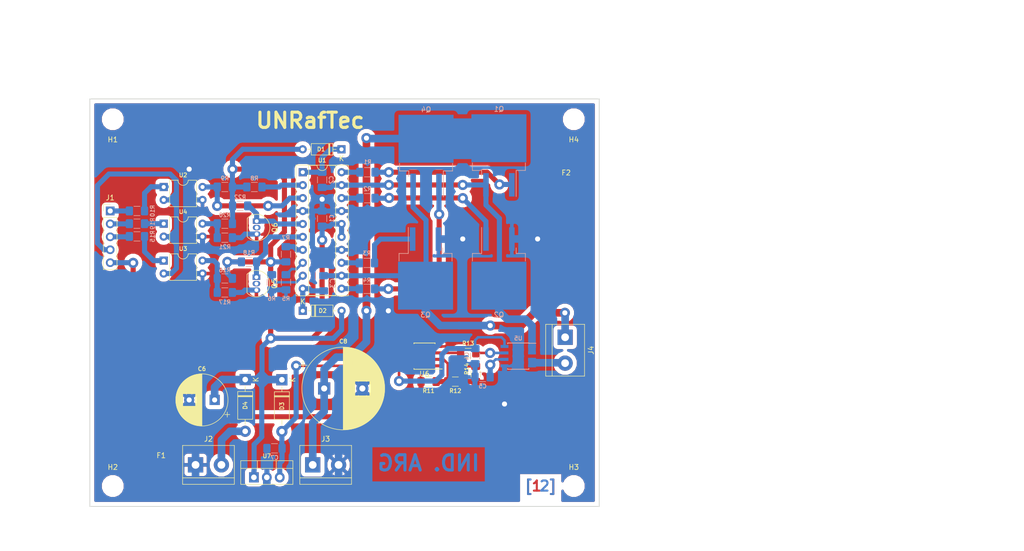
<source format=kicad_pcb>
(kicad_pcb (version 20171130) (host pcbnew 5.0.2-bee76a0~70~ubuntu18.04.1)
  (title_block (title "Driver Motor CC") (date 2019-11-02) (rev 1.0) (company "Universidad Nacional de Rafaela") (comment 1 "Alumno: Luciano Perren") (comment 2 "Docentes: Diego Brengi | Martin Ribelotta") (comment 3 "TP Final DCI") (comment 4 "CESE 9Co 2019"))
  (layers (0 F.Cu signal) (31 B.Cu signal) (34 B.Paste user) (35 F.Paste user) (36 B.SilkS user) (37 F.SilkS user) (38 B.Mask user) (39 F.Mask user) (44 Edge.Cuts user))
  (net 0 "")
  (net 1 GND)
  (net 2 +12V)
  (net 3 /BHS)
  (net 4 "Net-(C2-Pad2)")
  (net 5 /AHS)
  (net 6 "Net-(C3-Pad1)")
  (net 7 +5V)
  (net 8 "Net-(C5-Pad2)")
  (net 9 VCC)
  (net 10 "Net-(D4-Pad2)")
  (net 11 /S-DIS)
  (net 12 /S-ALI)
  (net 13 /S-BLI)
  (net 14 /CURR)
  (net 15 GNDS)
  (net 16 /IP-)
  (net 17 "Net-(Q1-Pad1)")
  (net 18 "Net-(Q2-Pad1)")
  (net 19 "Net-(Q3-Pad1)")
  (net 20 "Net-(Q4-Pad1)")
  (net 21 /ALI)
  (net 22 "Net-(Q5-Pad2)")
  (net 23 "Net-(Q6-Pad2)")
  (net 24 /BLI)
  (net 25 /BHO)
  (net 26 /BLO)
  (net 27 /ALO)
  (net 28 /AHO)
  (net 29 "Net-(R5-Pad1)")
  (net 30 "Net-(R6-Pad1)")
  (net 31 "Net-(R7-Pad1)")
  (net 32 "Net-(R8-Pad2)")
  (net 33 "Net-(R10-Pad1)")
  (net 34 "Net-(R11-Pad1)")
  (net 35 "Net-(R13-Pad1)")
  (net 36 "Net-(R13-Pad2)")
  (net 37 "Net-(R15-Pad2)")
  (net 38 "Net-(R16-Pad1)")
  (net 39 "Net-(R19-Pad2)")
  (net 40 "Net-(R20-Pad1)")
  (net 41 /DIS)
  (module Fiducial:Fiducial_0.5mm_Dia_1mm_Outer (layer F.Cu) (at 93 123.5)
    (fp_text reference F1 (at 0 -1.5) (layer F.SilkS))
    (fp_text value Fiducial)
    (pad "" smd circle (at 0 0) (size 0.5 0.5) (layers F.Cu F.Mask) (clearance 0.25))
  )
  (module Fiducial:Fiducial_0.5mm_Dia_1mm_Outer (layer F.Cu) (at 172.5 68)
    (fp_text reference F2 (at 0 -1.5) (layer F.SilkS))
    (fp_text value Fiducial)
    (pad "" smd circle (at 0 0) (size 0.5 0.5) (layers F.Cu F.Mask) (clearance 0.25))
  )
  (module Package_SO:SOIC-8-1EP_3.9x4.9mm_P1.27mm_EP2.35x2.35mm (layer F.Cu) (at 144.7 102.5 180)
    (fp_text reference U6 (at 0 -3.5 180) (layer F.SilkS))
    (fp_text value LM358)
    (pad 1 smd rect (at -2.7 -1.905 180) (size 1.55 0.6) (layers F.Cu F.Paste F.Mask) (net 14 /CURR))
    (pad 2 smd rect (at -2.7 -0.635 180) (size 1.55 0.6) (layers F.Cu F.Paste F.Mask) (net 34 "Net-(R11-Pad1)"))
    (pad 3 smd rect (at -2.7 0.635 180) (size 1.55 0.6) (layers F.Cu F.Paste F.Mask) (net 36 "Net-(R13-Pad2)"))
    (pad 4 smd rect (at -2.7 1.905 180) (size 1.55 0.6) (layers F.Cu F.Paste F.Mask) (net 1 GND))
    (pad 5 smd rect (at 2.7 1.905 180) (size 1.55 0.6) (layers F.Cu F.Paste F.Mask))
    (pad 6 smd rect (at 2.7 0.635 180) (size 1.55 0.6) (layers F.Cu F.Paste F.Mask))
    (pad 7 smd rect (at 2.7 -0.635 180) (size 1.55 0.6) (layers F.Cu F.Paste F.Mask))
    (pad 8 smd rect (at 2.7 -1.905 180) (size 1.55 0.6) (layers F.Cu F.Paste F.Mask) (net 7 +5V))
    (pad 9 smd rect (at 0 0 180) (size 2.35 2.35) (layers F.Cu F.Mask))
  )
  (module Package_TO_SOT_THT:TO-92_Inline (layer F.Cu) (at 111.75 76 270)
    (fp_text reference Q6 (at 1.27 -3.56 270) (layer F.SilkS))
    (fp_text value BC337)
    (pad 1 thru_hole rect (at 0 0 270) (size 1.05 1.5) (drill 0.75) (layers *.Cu *.Mask) (net 24 /BLI))
    (pad 3 thru_hole oval (at 2.54 0 270) (size 1.05 1.5) (drill 0.75) (layers *.Cu *.Mask) (net 1 GND))
    (pad 2 thru_hole oval (at 1.27 0 270) (size 1.05 1.5) (drill 0.75) (layers *.Cu *.Mask) (net 23 "Net-(Q6-Pad2)"))
  )
  (module Package_TO_SOT_THT:TO-92_Inline (layer F.Cu) (at 111.7 87 270)
    (fp_text reference Q5 (at 1.27 -3.56 270) (layer F.SilkS))
    (fp_text value BC337)
    (pad 2 thru_hole oval (at 1.27 0 270) (size 1.05 1.5) (drill 0.75) (layers *.Cu *.Mask) (net 22 "Net-(Q5-Pad2)"))
    (pad 3 thru_hole oval (at 2.54 0 270) (size 1.05 1.5) (drill 0.75) (layers *.Cu *.Mask) (net 1 GND))
    (pad 1 thru_hole rect (at 0 0 270) (size 1.05 1.5) (drill 0.75) (layers *.Cu *.Mask) (net 21 /ALI))
  )
  (module TerminalBlock:TerminalBlock_bornier-2_P5.08mm (layer F.Cu) (at 172.3 98.8 270)
    (fp_text reference J4 (at 2.54 -5.08 270) (layer F.SilkS))
    (fp_text value "Motor 12VCC")
    (pad 1 thru_hole rect (at 0 0 270) (size 3 3) (drill 1.52) (layers *.Cu *.Mask) (net 5 /AHS))
    (pad 2 thru_hole circle (at 5.08 0 270) (size 3 3) (drill 1.52) (layers *.Cu *.Mask) (net 16 /IP-))
  )
  (module TerminalBlock:TerminalBlock_bornier-2_P5.08mm (layer F.Cu) (at 99.75 123.85)
    (fp_text reference J2 (at 2.54 -5.08) (layer F.SilkS))
    (fp_text value "12V POWER")
    (pad 2 thru_hole circle (at 5.08 0) (size 3 3) (drill 1.52) (layers *.Cu *.Mask) (net 10 "Net-(D4-Pad2)"))
    (pad 1 thru_hole rect (at 0 0) (size 3 3) (drill 1.52) (layers *.Cu *.Mask) (net 1 GND))
  )
  (module Package_TO_SOT_SMD:TO-263-2 (layer B.Cu) (at 159.3 63.1 90)
    (fp_text reference Q1 (at 9.1 0 180) (layer B.SilkS) (effects (justify mirror)))
    (fp_text value IRFZ44NS)
    (pad 2 smd rect (at 3.375 0 90) (size 9.4 10.8) (layers B.Cu B.Mask) (net 9 VCC))
    (pad 3 smd rect (at -5.775 -2.54 90) (size 4.6 1.1) (layers B.Cu B.Paste B.Mask) (net 3 /BHS))
    (pad 1 smd rect (at -5.775 2.54 90) (size 4.6 1.1) (layers B.Cu B.Paste B.Mask) (net 17 "Net-(Q1-Pad1)"))
  )
  (module Package_TO_SOT_SMD:TO-263-2 (layer B.Cu) (at 159.3 85.3 270)
    (fp_text reference Q2 (at 9.1 0) (layer B.SilkS) (effects (justify mirror)))
    (fp_text value IRFZ44NS)
    (pad 1 smd rect (at -5.775 2.54 270) (size 4.6 1.1) (layers B.Cu B.Paste B.Mask) (net 18 "Net-(Q2-Pad1)"))
    (pad 3 smd rect (at -5.775 -2.54 270) (size 4.6 1.1) (layers B.Cu B.Paste B.Mask) (net 1 GND))
    (pad 2 smd rect (at 3.375 0 270) (size 9.4 10.8) (layers B.Cu B.Mask) (net 3 /BHS))
  )
  (module Package_TO_SOT_SMD:TO-263-2 (layer B.Cu) (at 145 63.2 90)
    (fp_text reference Q4 (at 9.1 0 180) (layer B.SilkS) (effects (justify mirror)))
    (fp_text value IRFZ44NS)
    (pad 2 smd rect (at 3.375 0 90) (size 9.4 10.8) (layers B.Cu B.Mask) (net 9 VCC))
    (pad 3 smd rect (at -5.775 -2.54 90) (size 4.6 1.1) (layers B.Cu B.Paste B.Mask) (net 5 /AHS))
    (pad 1 smd rect (at -5.775 2.54 90) (size 4.6 1.1) (layers B.Cu B.Paste B.Mask) (net 20 "Net-(Q4-Pad1)"))
  )
  (module Package_TO_SOT_SMD:TO-263-2 (layer B.Cu) (at 144.9 85.3 270)
    (fp_text reference Q3 (at 9.1 0) (layer B.SilkS) (effects (justify mirror)))
    (fp_text value IRFZ44NS)
    (pad 1 smd rect (at -5.775 2.54 270) (size 4.6 1.1) (layers B.Cu B.Paste B.Mask) (net 19 "Net-(Q3-Pad1)"))
    (pad 3 smd rect (at -5.775 -2.54 270) (size 4.6 1.1) (layers B.Cu B.Paste B.Mask) (net 1 GND))
    (pad 2 smd rect (at 3.375 0 270) (size 9.4 10.8) (layers B.Cu B.Mask) (net 5 /AHS))
  )
  (module Capacitor_THT:CP_Radial_D10.0mm_P5.00mm (layer F.Cu) (at 103.5 111.1 180)
    (fp_text reference C6 (at 2.5 6.1 180) (layer F.SilkS) (effects (font (size 0.8 0.8))))
    (fp_text value 470uF)
    (pad 1 thru_hole rect (at 0 0 180) (size 2 2) (drill 1) (layers *.Cu *.Mask) (net 2 +12V))
    (pad 2 thru_hole circle (at 5 0 180) (size 2 2) (drill 1) (layers *.Cu *.Mask) (net 1 GND))
  )
  (module MountingHole:MountingHole_2.7mm_M2.5 (layer F.Cu) (at 174 56)
    (fp_text reference H4 (at 0 4) (layer F.SilkS))
    (fp_text value MountingHole)
    (pad 1 np_thru_hole circle (at 0 0) (size 2.7 2.7) (drill 2.7) (layers *.Cu *.Mask))
  )
  (module MountingHole:MountingHole_2.7mm_M2.5 (layer F.Cu) (at 174 128)
    (fp_text reference H3 (at 0 -3.7) (layer F.SilkS))
    (fp_text value MountingHole)
    (pad 1 np_thru_hole circle (at 0 0) (size 2.7 2.7) (drill 2.7) (layers *.Cu *.Mask))
  )
  (module MountingHole:MountingHole_2.7mm_M2.5 (layer F.Cu) (at 83.5 128)
    (fp_text reference H2 (at 0 -3.7) (layer F.SilkS))
    (fp_text value MountingHole)
    (pad 1 np_thru_hole circle (at 0 0) (size 2.7 2.7) (drill 2.7) (layers *.Cu *.Mask))
  )
  (module MountingHole:MountingHole_2.7mm_M2.5 (layer F.Cu) (at 83.5 56)
    (fp_text reference H1 (at 0 4) (layer F.SilkS))
    (fp_text value MountingHole)
    (pad 1 np_thru_hole circle (at 0 0) (size 2.7 2.7) (drill 2.7) (layers *.Cu *.Mask))
  )
  (module TerminalBlock:TerminalBlock_bornier-2_P5.08mm (layer F.Cu) (at 122.75 123.85)
    (fp_text reference J3 (at 2.54 -5.08) (layer F.SilkS))
    (fp_text value POWER)
    (pad 1 thru_hole rect (at 0 0) (size 3 3) (drill 1.52) (layers *.Cu *.Mask) (net 9 VCC))
    (pad 2 thru_hole circle (at 5.08 0) (size 3 3) (drill 1.52) (layers *.Cu *.Mask) (net 1 GND))
  )
  (module Capacitor_SMD:C_1206_3216Metric_Pad1.42x1.75mm_HandSolder (layer B.Cu) (at 124.6 75.5 270)
    (fp_text reference C1 (at 0 -1.9 270) (layer B.SilkS) (effects (font (size 0.8 0.8)) (justify mirror)))
    (fp_text value 0.1uF)
    (pad 1 smd roundrect (at -1.4875 0 270) (size 1.425 1.75) (layers B.Cu B.Paste B.Mask) (roundrect_rratio 0.175439) (net 1 GND))
    (pad 2 smd roundrect (at 1.4875 0 270) (size 1.425 1.75) (layers B.Cu B.Paste B.Mask) (roundrect_rratio 0.175439) (net 2 +12V))
  )
  (module Capacitor_SMD:C_1206_3216Metric_Pad1.42x1.75mm_HandSolder (layer B.Cu) (at 124.6 67.9 90)
    (fp_text reference C2 (at 0 1.82 90) (layer B.SilkS) (effects (font (size 0.8 0.8)) (justify mirror)))
    (fp_text value 0.1uF)
    (pad 1 smd roundrect (at -1.4875 0 90) (size 1.425 1.75) (layers B.Cu B.Paste B.Mask) (roundrect_rratio 0.175439) (net 3 /BHS))
    (pad 2 smd roundrect (at 1.4875 0 90) (size 1.425 1.75) (layers B.Cu B.Paste B.Mask) (roundrect_rratio 0.175439) (net 4 "Net-(C2-Pad2)"))
  )
  (module Capacitor_SMD:C_1206_3216Metric_Pad1.42x1.75mm_HandSolder (layer B.Cu) (at 124.9 88.2 90)
    (fp_text reference C3 (at 0 1.82 90) (layer B.SilkS) (effects (justify mirror)))
    (fp_text value 0.1uF)
    (pad 2 smd roundrect (at 1.4875 0 90) (size 1.425 1.75) (layers B.Cu B.Paste B.Mask) (roundrect_rratio 0.175439) (net 5 /AHS))
    (pad 1 smd roundrect (at -1.4875 0 90) (size 1.425 1.75) (layers B.Cu B.Paste B.Mask) (roundrect_rratio 0.175439) (net 6 "Net-(C3-Pad1)"))
  )
  (module Capacitor_SMD:C_1206_3216Metric_Pad1.42x1.75mm_HandSolder (layer B.Cu) (at 154.625 102.5 90)
    (fp_text reference C4 (at 0 -1.625 90) (layer B.SilkS) (effects (font (size 0.8 0.8)) (justify mirror)))
    (fp_text value 0.1uF)
    (pad 1 smd roundrect (at -1.4875 0 90) (size 1.425 1.75) (layers B.Cu B.Paste B.Mask) (roundrect_rratio 0.175439) (net 1 GND))
    (pad 2 smd roundrect (at 1.4875 0 90) (size 1.425 1.75) (layers B.Cu B.Paste B.Mask) (roundrect_rratio 0.175439) (net 7 +5V))
  )
  (module Capacitor_SMD:C_1206_3216Metric_Pad1.42x1.75mm_HandSolder (layer B.Cu) (at 156.1 106.6)
    (fp_text reference C5 (at 0 1.8 180) (layer B.SilkS) (effects (font (size 0.8 0.8)) (justify mirror)))
    (fp_text value 1nF)
    (pad 2 smd roundrect (at 1.4875 0) (size 1.425 1.75) (layers B.Cu B.Paste B.Mask) (roundrect_rratio 0.175439) (net 8 "Net-(C5-Pad2)"))
    (pad 1 smd roundrect (at -1.4875 0) (size 1.425 1.75) (layers B.Cu B.Paste B.Mask) (roundrect_rratio 0.175439) (net 1 GND))
  )
  (module Capacitor_SMD:C_1206_3216Metric_Pad1.42x1.75mm_HandSolder (layer B.Cu) (at 115.25 120.6)
    (fp_text reference C7 (at 0 1.82) (layer B.SilkS) (effects (font (size 0.8 0.8)) (justify mirror)))
    (fp_text value 0.1uF)
    (pad 2 smd roundrect (at 1.4875 0) (size 1.425 1.75) (layers B.Cu B.Paste B.Mask) (roundrect_rratio 0.175439) (net 7 +5V))
    (pad 1 smd roundrect (at -1.4875 0) (size 1.425 1.75) (layers B.Cu B.Paste B.Mask) (roundrect_rratio 0.175439) (net 1 GND))
  )
  (module Capacitor_THT:CP_Radial_D16.0mm_P7.50mm (layer F.Cu) (at 125 108.85)
    (fp_text reference C8 (at 3.75 -9.25) (layer F.SilkS) (effects (font (size 0.8 0.8))))
    (fp_text value "1000uF x 25V")
    (pad 1 thru_hole rect (at 0 0) (size 2.4 2.4) (drill 1.2) (layers *.Cu *.Mask) (net 9 VCC))
    (pad 2 thru_hole circle (at 7.5 0) (size 2.4 2.4) (drill 1.2) (layers *.Cu *.Mask) (net 1 GND))
  )
  (module Diode_THT:D_DO-35_SOD27_P7.62mm_Horizontal (layer F.Cu) (at 128.4 61.9 180)
    (fp_text reference D1 (at 4 0 180) (layer F.SilkS) (effects (font (size 0.8 0.8))))
    (fp_text value 1N4148)
    (fp_text user K (at 0 -1.8 180) (layer F.SilkS))
    (pad 2 thru_hole oval (at 7.62 0 180) (size 1.6 1.6) (drill 0.8) (layers *.Cu *.Mask) (net 2 +12V))
    (pad 1 thru_hole rect (at 0 0 180) (size 1.6 1.6) (drill 0.8) (layers *.Cu *.Mask) (net 4 "Net-(C2-Pad2)"))
  )
  (module Diode_THT:D_DO-35_SOD27_P7.62mm_Horizontal (layer F.Cu) (at 120.8 93.6)
    (fp_text reference D2 (at 3.9 0) (layer F.SilkS) (effects (font (size 0.8 0.8))))
    (fp_text value 1N4148)
    (fp_text user K (at 0 -1.8) (layer F.SilkS))
    (pad 1 thru_hole rect (at 0 0) (size 1.6 1.6) (drill 0.8) (layers *.Cu *.Mask) (net 6 "Net-(C3-Pad1)"))
    (pad 2 thru_hole oval (at 7.62 0) (size 1.6 1.6) (drill 0.8) (layers *.Cu *.Mask) (net 2 +12V))
  )
  (module Diode_THT:D_DO-41_SOD81_P10.16mm_Horizontal (layer F.Cu) (at 116.7 107.14 270)
    (fp_text reference D3 (at 5.16 0 270) (layer F.SilkS) (effects (font (size 0.8 0.8))))
    (fp_text value 1N4007)
    (fp_text user K (at 0 -2.1 270) (layer F.SilkS))
    (pad 1 thru_hole rect (at 0 0 270) (size 2.2 2.2) (drill 1.1) (layers *.Cu *.Mask) (net 2 +12V))
    (pad 2 thru_hole oval (at 10.16 0 270) (size 2.2 2.2) (drill 1.1) (layers *.Cu *.Mask) (net 7 +5V))
  )
  (module Diode_THT:D_DO-41_SOD81_P10.16mm_Horizontal (layer F.Cu) (at 109.5 107.1 270)
    (fp_text reference D4 (at 5.08 0 270) (layer F.SilkS) (effects (font (size 0.8 0.8))))
    (fp_text value 1N4007)
    (fp_text user K (at 0 -2.1 270) (layer F.SilkS))
    (pad 2 thru_hole oval (at 10.16 0 270) (size 2.2 2.2) (drill 1.1) (layers *.Cu *.Mask) (net 10 "Net-(D4-Pad2)"))
    (pad 1 thru_hole rect (at 0 0 270) (size 2.2 2.2) (drill 1.1) (layers *.Cu *.Mask) (net 2 +12V))
  )
  (module Connector_PinHeader_2.54mm:PinHeader_1x05_P2.54mm_Vertical (layer F.Cu) (at 83 74)
    (fp_text reference J1 (at 0 -2.6) (layer F.SilkS))
    (fp_text value "Signal Inputs")
    (pad 1 thru_hole rect (at 0 0) (size 1.7 1.7) (drill 1) (layers *.Cu *.Mask) (net 11 /S-DIS))
    (pad 2 thru_hole oval (at 0 2.54) (size 1.7 1.7) (drill 1) (layers *.Cu *.Mask) (net 13 /S-BLI))
    (pad 3 thru_hole oval (at 0 5.08) (size 1.7 1.7) (drill 1) (layers *.Cu *.Mask) (net 12 /S-ALI))
    (pad 4 thru_hole oval (at 0 7.62) (size 1.7 1.7) (drill 1) (layers *.Cu *.Mask) (net 15 GNDS))
    (pad 5 thru_hole oval (at 0 10.16) (size 1.7 1.7) (drill 1) (layers *.Cu *.Mask) (net 14 /CURR))
  )
  (module Resistor_SMD:R_1206_3216Metric_Pad1.42x1.75mm_HandSolder (layer B.Cu) (at 133.5 66.4)
    (fp_text reference R1 (at 0 -2) (layer B.SilkS) (effects (font (size 0.8 0.8)) (justify mirror)))
    (fp_text value 10)
    (pad 2 smd roundrect (at 1.4875 0) (size 1.425 1.75) (layers B.Cu B.Paste B.Mask) (roundrect_rratio 0.175439) (net 17 "Net-(Q1-Pad1)"))
    (pad 1 smd roundrect (at -1.4875 0) (size 1.425 1.75) (layers B.Cu B.Paste B.Mask) (roundrect_rratio 0.175439) (net 25 /BHO))
  )
  (module Resistor_SMD:R_1206_3216Metric_Pad1.42x1.75mm_HandSolder (layer B.Cu) (at 133.5 71.5 180)
    (fp_text reference R2 (at 0 1.82 180) (layer B.SilkS) (effects (font (size 0.8 0.8)) (justify mirror)))
    (fp_text value 10)
    (pad 1 smd roundrect (at -1.4875 0 180) (size 1.425 1.75) (layers B.Cu B.Paste B.Mask) (roundrect_rratio 0.175439) (net 18 "Net-(Q2-Pad1)"))
    (pad 2 smd roundrect (at 1.4875 0 180) (size 1.425 1.75) (layers B.Cu B.Paste B.Mask) (roundrect_rratio 0.175439) (net 26 /BLO))
  )
  (module Resistor_SMD:R_1206_3216Metric_Pad1.42x1.75mm_HandSolder (layer B.Cu) (at 133.4 84.2)
    (fp_text reference R3 (at 0 -1.9) (layer B.SilkS) (effects (font (size 0.8 0.8)) (justify mirror)))
    (fp_text value 10)
    (pad 1 smd roundrect (at -1.4875 0) (size 1.425 1.75) (layers B.Cu B.Paste B.Mask) (roundrect_rratio 0.175439) (net 27 /ALO))
    (pad 2 smd roundrect (at 1.4875 0) (size 1.425 1.75) (layers B.Cu B.Paste B.Mask) (roundrect_rratio 0.175439) (net 19 "Net-(Q3-Pad1)"))
  )
  (module Resistor_SMD:R_1206_3216Metric_Pad1.42x1.75mm_HandSolder (layer B.Cu) (at 133.4 89.3)
    (fp_text reference R4 (at 0 -1.7) (layer B.SilkS) (effects (font (size 0.8 0.8)) (justify mirror)))
    (fp_text value 10)
    (pad 2 smd roundrect (at 1.4875 0) (size 1.425 1.75) (layers B.Cu B.Paste B.Mask) (roundrect_rratio 0.175439) (net 20 "Net-(Q4-Pad1)"))
    (pad 1 smd roundrect (at -1.4875 0) (size 1.425 1.75) (layers B.Cu B.Paste B.Mask) (roundrect_rratio 0.175439) (net 28 /AHO))
  )
  (module Resistor_SMD:R_1206_3216Metric_Pad1.42x1.75mm_HandSolder (layer B.Cu) (at 117.5 88 270)
    (fp_text reference R5 (at 3.2 0) (layer B.SilkS) (effects (font (size 0.8 0.8)) (justify mirror)))
    (fp_text value 220k)
    (pad 2 smd roundrect (at 1.4875 0 270) (size 1.425 1.75) (layers B.Cu B.Paste B.Mask) (roundrect_rratio 0.175439) (net 1 GND))
    (pad 1 smd roundrect (at -1.4875 0 270) (size 1.425 1.75) (layers B.Cu B.Paste B.Mask) (roundrect_rratio 0.175439) (net 29 "Net-(R5-Pad1)"))
  )
  (module Resistor_SMD:R_1206_3216Metric_Pad1.42x1.75mm_HandSolder (layer B.Cu) (at 114.7 88 270)
    (fp_text reference R6 (at 3.2 0) (layer B.SilkS) (effects (font (size 0.8 0.8)) (justify mirror)))
    (fp_text value 220k)
    (pad 1 smd roundrect (at -1.4875 0 270) (size 1.425 1.75) (layers B.Cu B.Paste B.Mask) (roundrect_rratio 0.175439) (net 30 "Net-(R6-Pad1)"))
    (pad 2 smd roundrect (at 1.4875 0 270) (size 1.425 1.75) (layers B.Cu B.Paste B.Mask) (roundrect_rratio 0.175439) (net 1 GND))
  )
  (module Resistor_SMD:R_1206_3216Metric_Pad1.42x1.75mm_HandSolder (layer B.Cu) (at 117.5 82.5 270)
    (fp_text reference R7 (at -3.2 0) (layer B.SilkS) (effects (font (size 0.8 0.8)) (justify mirror)))
    (fp_text value 10k)
    (pad 1 smd roundrect (at -1.4875 0 270) (size 1.425 1.75) (layers B.Cu B.Paste B.Mask) (roundrect_rratio 0.175439) (net 31 "Net-(R7-Pad1)"))
    (pad 2 smd roundrect (at 1.4875 0 270) (size 1.425 1.75) (layers B.Cu B.Paste B.Mask) (roundrect_rratio 0.175439) (net 2 +12V))
  )
  (module Resistor_SMD:R_1206_3216Metric_Pad1.42x1.75mm_HandSolder (layer B.Cu) (at 111.3 69.3)
    (fp_text reference R8 (at 0 -1.7) (layer B.SilkS) (effects (font (size 0.8 0.8)) (justify mirror)))
    (fp_text value 10k)
    (pad 2 smd roundrect (at 1.4875 0) (size 1.425 1.75) (layers B.Cu B.Paste B.Mask) (roundrect_rratio 0.175439) (net 32 "Net-(R8-Pad2)"))
    (pad 1 smd roundrect (at -1.4875 0) (size 1.425 1.75) (layers B.Cu B.Paste B.Mask) (roundrect_rratio 0.175439) (net 2 +12V))
  )
  (module Resistor_SMD:R_1206_3216Metric_Pad1.42x1.75mm_HandSolder (layer B.Cu) (at 105.5 69.3 180)
    (fp_text reference R9 (at 0 1.7 180) (layer B.SilkS) (effects (font (size 0.8 0.8)) (justify mirror)))
    (fp_text value 1k)
    (pad 2 smd roundrect (at 1.4875 0 180) (size 1.425 1.75) (layers B.Cu B.Paste B.Mask) (roundrect_rratio 0.175439) (net 41 /DIS))
    (pad 1 smd roundrect (at -1.4875 0 180) (size 1.425 1.75) (layers B.Cu B.Paste B.Mask) (roundrect_rratio 0.175439) (net 2 +12V))
  )
  (module Resistor_SMD:R_1206_3216Metric_Pad1.42x1.75mm_HandSolder (layer B.Cu) (at 88.25 74 180)
    (fp_text reference R10 (at -3.05 0 270) (layer B.SilkS) (effects (font (size 0.8 0.8)) (justify mirror)))
    (fp_text value 680)
    (pad 1 smd roundrect (at -1.4875 0 180) (size 1.425 1.75) (layers B.Cu B.Paste B.Mask) (roundrect_rratio 0.175439) (net 33 "Net-(R10-Pad1)"))
    (pad 2 smd roundrect (at 1.4875 0 180) (size 1.425 1.75) (layers B.Cu B.Paste B.Mask) (roundrect_rratio 0.175439) (net 11 /S-DIS))
  )
  (module Resistor_SMD:R_1206_3216Metric_Pad1.42x1.75mm_HandSolder (layer F.Cu) (at 145.5 107.5 180)
    (fp_text reference R11 (at 0 -1.82 180) (layer F.SilkS) (effects (font (size 0.8 0.8))))
    (fp_text value 10k)
    (pad 2 smd roundrect (at 1.4875 0 180) (size 1.425 1.75) (layers F.Cu F.Paste F.Mask) (roundrect_rratio 0.175439) (net 14 /CURR))
    (pad 1 smd roundrect (at -1.4875 0 180) (size 1.425 1.75) (layers F.Cu F.Paste F.Mask) (roundrect_rratio 0.175439) (net 34 "Net-(R11-Pad1)"))
  )
  (module Resistor_SMD:R_1206_3216Metric_Pad1.42x1.75mm_HandSolder (layer F.Cu) (at 150.75 107.5 180)
    (fp_text reference R12 (at 0 -1.82 180) (layer F.SilkS) (effects (font (size 0.8 0.8))))
    (fp_text value 15k)
    (pad 2 smd roundrect (at 1.4875 0 180) (size 1.425 1.75) (layers F.Cu F.Paste F.Mask) (roundrect_rratio 0.175439) (net 34 "Net-(R11-Pad1)"))
    (pad 1 smd roundrect (at -1.4875 0 180) (size 1.425 1.75) (layers F.Cu F.Paste F.Mask) (roundrect_rratio 0.175439) (net 1 GND))
  )
  (module Resistor_SMD:R_1206_3216Metric_Pad1.42x1.75mm_HandSolder (layer F.Cu) (at 153.275 101.875 180)
    (fp_text reference R13 (at 0 1.875 180) (layer F.SilkS) (effects (font (size 0.8 0.8))))
    (fp_text value 15k)
    (pad 1 smd roundrect (at -1.4875 0 180) (size 1.425 1.75) (layers F.Cu F.Paste F.Mask) (roundrect_rratio 0.175439) (net 35 "Net-(R13-Pad1)"))
    (pad 2 smd roundrect (at 1.4875 0 180) (size 1.425 1.75) (layers F.Cu F.Paste F.Mask) (roundrect_rratio 0.175439) (net 36 "Net-(R13-Pad2)"))
  )
  (module Resistor_SMD:R_1206_3216Metric_Pad1.42x1.75mm_HandSolder (layer F.Cu) (at 154.75 106 270)
    (fp_text reference R14 (at -1 1.75 270) (layer F.SilkS) (effects (font (size 0.8 0.8))))
    (fp_text value 10k)
    (pad 1 smd roundrect (at -1.4875 0 270) (size 1.425 1.75) (layers F.Cu F.Paste F.Mask) (roundrect_rratio 0.175439) (net 36 "Net-(R13-Pad2)"))
    (pad 2 smd roundrect (at 1.4875 0 270) (size 1.425 1.75) (layers F.Cu F.Paste F.Mask) (roundrect_rratio 0.175439) (net 1 GND))
  )
  (module Resistor_SMD:R_1206_3216Metric_Pad1.42x1.75mm_HandSolder (layer B.Cu) (at 88.25 79)
    (fp_text reference R15 (at 3.05 0 90) (layer B.SilkS) (effects (font (size 0.8 0.8)) (justify mirror)))
    (fp_text value 680)
    (pad 2 smd roundrect (at 1.4875 0) (size 1.425 1.75) (layers B.Cu B.Paste B.Mask) (roundrect_rratio 0.175439) (net 37 "Net-(R15-Pad2)"))
    (pad 1 smd roundrect (at -1.4875 0) (size 1.425 1.75) (layers B.Cu B.Paste B.Mask) (roundrect_rratio 0.175439) (net 12 /S-ALI))
  )
  (module Resistor_SMD:R_1206_3216Metric_Pad1.42x1.75mm_HandSolder (layer B.Cu) (at 105.5 87.25)
    (fp_text reference R16 (at 0 -1.65) (layer B.SilkS) (effects (font (size 0.8 0.8)) (justify mirror)))
    (fp_text value 1k)
    (pad 1 smd roundrect (at -1.4875 0) (size 1.425 1.75) (layers B.Cu B.Paste B.Mask) (roundrect_rratio 0.175439) (net 38 "Net-(R16-Pad1)"))
    (pad 2 smd roundrect (at 1.4875 0) (size 1.425 1.75) (layers B.Cu B.Paste B.Mask) (roundrect_rratio 0.175439) (net 2 +12V))
  )
  (module Resistor_SMD:R_1206_3216Metric_Pad1.42x1.75mm_HandSolder (layer B.Cu) (at 105.5 90 180)
    (fp_text reference R17 (at 0 -1.9 180) (layer B.SilkS) (effects (font (size 0.8 0.8)) (justify mirror)))
    (fp_text value 10k)
    (pad 2 smd roundrect (at 1.4875 0 180) (size 1.425 1.75) (layers B.Cu B.Paste B.Mask) (roundrect_rratio 0.175439) (net 38 "Net-(R16-Pad1)"))
    (pad 1 smd roundrect (at -1.4875 0 180) (size 1.425 1.75) (layers B.Cu B.Paste B.Mask) (roundrect_rratio 0.175439) (net 22 "Net-(Q5-Pad2)"))
  )
  (module Resistor_SMD:R_1206_3216Metric_Pad1.42x1.75mm_HandSolder (layer B.Cu) (at 110.25 84 180)
    (fp_text reference R18 (at 0 1.82 180) (layer B.SilkS) (effects (font (size 0.8 0.8)) (justify mirror)))
    (fp_text value 1k)
    (pad 1 smd roundrect (at -1.4875 0 180) (size 1.425 1.75) (layers B.Cu B.Paste B.Mask) (roundrect_rratio 0.175439) (net 21 /ALI))
    (pad 2 smd roundrect (at 1.4875 0 180) (size 1.425 1.75) (layers B.Cu B.Paste B.Mask) (roundrect_rratio 0.175439) (net 2 +12V))
  )
  (module Resistor_SMD:R_1206_3216Metric_Pad1.42x1.75mm_HandSolder (layer B.Cu) (at 88.25 76.5)
    (fp_text reference R19 (at 3.05 0 90) (layer B.SilkS) (effects (font (size 0.8 0.8) (thickness 0.125)) (justify mirror)))
    (fp_text value 680)
    (pad 2 smd roundrect (at 1.4875 0) (size 1.425 1.75) (layers B.Cu B.Paste B.Mask) (roundrect_rratio 0.175439) (net 39 "Net-(R19-Pad2)"))
    (pad 1 smd roundrect (at -1.4875 0) (size 1.425 1.75) (layers B.Cu B.Paste B.Mask) (roundrect_rratio 0.175439) (net 13 /S-BLI))
  )
  (module Resistor_SMD:R_1206_3216Metric_Pad1.42x1.75mm_HandSolder (layer B.Cu) (at 105.5 76.5)
    (fp_text reference R20 (at 0 -1.7) (layer B.SilkS) (effects (font (size 0.8 0.8)) (justify mirror)))
    (fp_text value 1k)
    (pad 2 smd roundrect (at 1.4875 0) (size 1.425 1.75) (layers B.Cu B.Paste B.Mask) (roundrect_rratio 0.175439) (net 2 +12V))
    (pad 1 smd roundrect (at -1.4875 0) (size 1.425 1.75) (layers B.Cu B.Paste B.Mask) (roundrect_rratio 0.175439) (net 40 "Net-(R20-Pad1)"))
  )
  (module Resistor_SMD:R_1206_3216Metric_Pad1.42x1.75mm_HandSolder (layer B.Cu) (at 105.5 79.25)
    (fp_text reference R21 (at 0 1.82) (layer B.SilkS) (effects (font (size 0.8 0.8)) (justify mirror)))
    (fp_text value 10k)
    (pad 1 smd roundrect (at -1.4875 0) (size 1.425 1.75) (layers B.Cu B.Paste B.Mask) (roundrect_rratio 0.175439) (net 40 "Net-(R20-Pad1)"))
    (pad 2 smd roundrect (at 1.4875 0) (size 1.425 1.75) (layers B.Cu B.Paste B.Mask) (roundrect_rratio 0.175439) (net 23 "Net-(Q6-Pad2)"))
  )
  (module Resistor_SMD:R_1206_3216Metric_Pad1.42x1.75mm_HandSolder (layer B.Cu) (at 108.5 73 180)
    (fp_text reference R22 (at 0 1.7 180) (layer B.SilkS) (effects (font (size 0.8 0.8)) (justify mirror)))
    (fp_text value 1k)
    (pad 1 smd roundrect (at -1.4875 0 180) (size 1.425 1.75) (layers B.Cu B.Paste B.Mask) (roundrect_rratio 0.175439) (net 24 /BLI))
    (pad 2 smd roundrect (at 1.4875 0 180) (size 1.425 1.75) (layers B.Cu B.Paste B.Mask) (roundrect_rratio 0.175439) (net 2 +12V))
  )
  (module Package_DIP:DIP-20_W7.62mm_Socket (layer F.Cu) (at 120.8 66.4)
    (fp_text reference U1 (at 3.81 -2.33) (layer F.SilkS) (effects (font (size 0.8 0.8))))
    (fp_text value HIP4081A)
    (pad 1 thru_hole rect (at 0 0) (size 1.6 1.6) (drill 0.8) (layers *.Cu *.Mask) (net 4 "Net-(C2-Pad2)"))
    (pad 11 thru_hole oval (at 7.62 22.86) (size 1.6 1.6) (drill 0.8) (layers *.Cu *.Mask) (net 28 /AHO))
    (pad 2 thru_hole oval (at 0 2.54) (size 1.6 1.6) (drill 0.8) (layers *.Cu *.Mask) (net 32 "Net-(R8-Pad2)"))
    (pad 12 thru_hole oval (at 7.62 20.32) (size 1.6 1.6) (drill 0.8) (layers *.Cu *.Mask) (net 5 /AHS))
    (pad 3 thru_hole oval (at 0 5.08) (size 1.6 1.6) (drill 0.8) (layers *.Cu *.Mask) (net 41 /DIS))
    (pad 13 thru_hole oval (at 7.62 17.78) (size 1.6 1.6) (drill 0.8) (layers *.Cu *.Mask) (net 27 /ALO))
    (pad 4 thru_hole oval (at 0 7.62) (size 1.6 1.6) (drill 0.8) (layers *.Cu *.Mask) (net 1 GND))
    (pad 14 thru_hole oval (at 7.62 15.24) (size 1.6 1.6) (drill 0.8) (layers *.Cu *.Mask) (net 1 GND))
    (pad 5 thru_hole oval (at 0 10.16) (size 1.6 1.6) (drill 0.8) (layers *.Cu *.Mask) (net 24 /BLI))
    (pad 15 thru_hole oval (at 7.62 12.7) (size 1.6 1.6) (drill 0.8) (layers *.Cu *.Mask) (net 2 +12V))
    (pad 6 thru_hole oval (at 0 12.7) (size 1.6 1.6) (drill 0.8) (layers *.Cu *.Mask) (net 21 /ALI))
    (pad 16 thru_hole oval (at 7.62 10.16) (size 1.6 1.6) (drill 0.8) (layers *.Cu *.Mask) (net 2 +12V))
    (pad 7 thru_hole oval (at 0 15.24) (size 1.6 1.6) (drill 0.8) (layers *.Cu *.Mask) (net 31 "Net-(R7-Pad1)"))
    (pad 17 thru_hole oval (at 7.62 7.62) (size 1.6 1.6) (drill 0.8) (layers *.Cu *.Mask) (net 1 GND))
    (pad 8 thru_hole oval (at 0 17.78) (size 1.6 1.6) (drill 0.8) (layers *.Cu *.Mask) (net 29 "Net-(R5-Pad1)"))
    (pad 18 thru_hole oval (at 7.62 5.08) (size 1.6 1.6) (drill 0.8) (layers *.Cu *.Mask) (net 26 /BLO))
    (pad 9 thru_hole oval (at 0 20.32) (size 1.6 1.6) (drill 0.8) (layers *.Cu *.Mask) (net 30 "Net-(R6-Pad1)"))
    (pad 19 thru_hole oval (at 7.62 2.54) (size 1.6 1.6) (drill 0.8) (layers *.Cu *.Mask) (net 3 /BHS))
    (pad 10 thru_hole oval (at 0 22.86) (size 1.6 1.6) (drill 0.8) (layers *.Cu *.Mask) (net 6 "Net-(C3-Pad1)"))
    (pad 20 thru_hole oval (at 7.62 0) (size 1.6 1.6) (drill 0.8) (layers *.Cu *.Mask) (net 25 /BHO))
  )
  (module Package_DIP:DIP-4_W7.62mm (layer F.Cu) (at 93.5 69.3)
    (fp_text reference U2 (at 3.81 -2.33) (layer F.SilkS) (effects (font (size 0.8 0.8))))
    (fp_text value PC817)
    (pad 4 thru_hole oval (at 7.62 0) (size 1.6 1.6) (drill 0.8) (layers *.Cu *.Mask) (net 41 /DIS))
    (pad 2 thru_hole oval (at 0 2.54) (size 1.6 1.6) (drill 0.8) (layers *.Cu *.Mask) (net 15 GNDS))
    (pad 3 thru_hole oval (at 7.62 2.54) (size 1.6 1.6) (drill 0.8) (layers *.Cu *.Mask) (net 1 GND))
    (pad 1 thru_hole rect (at 0 0) (size 1.6 1.6) (drill 0.8) (layers *.Cu *.Mask) (net 33 "Net-(R10-Pad1)"))
  )
  (module Package_DIP:DIP-4_W7.62mm (layer F.Cu) (at 93.5 83.75)
    (fp_text reference U3 (at 3.81 -2.33) (layer F.SilkS) (effects (font (size 0.8 0.8))))
    (fp_text value PC817)
    (pad 1 thru_hole rect (at 0 0) (size 1.6 1.6) (drill 0.8) (layers *.Cu *.Mask) (net 37 "Net-(R15-Pad2)"))
    (pad 3 thru_hole oval (at 7.62 2.54) (size 1.6 1.6) (drill 0.8) (layers *.Cu *.Mask) (net 1 GND))
    (pad 2 thru_hole oval (at 0 2.54) (size 1.6 1.6) (drill 0.8) (layers *.Cu *.Mask) (net 15 GNDS))
    (pad 4 thru_hole oval (at 7.62 0) (size 1.6 1.6) (drill 0.8) (layers *.Cu *.Mask) (net 38 "Net-(R16-Pad1)"))
  )
  (module Package_DIP:DIP-4_W7.62mm (layer F.Cu) (at 93.5 76.5)
    (fp_text reference U4 (at 3.81 -2.33) (layer F.SilkS) (effects (font (size 0.8 0.8))))
    (fp_text value PC817)
    (pad 1 thru_hole rect (at 0 0) (size 1.6 1.6) (drill 0.8) (layers *.Cu *.Mask) (net 39 "Net-(R19-Pad2)"))
    (pad 3 thru_hole oval (at 7.62 2.54) (size 1.6 1.6) (drill 0.8) (layers *.Cu *.Mask) (net 1 GND))
    (pad 2 thru_hole oval (at 0 2.54) (size 1.6 1.6) (drill 0.8) (layers *.Cu *.Mask) (net 15 GNDS))
    (pad 4 thru_hole oval (at 7.62 0) (size 1.6 1.6) (drill 0.8) (layers *.Cu *.Mask) (net 40 "Net-(R20-Pad1)"))
  )
  (module Package_SO:SOIC-8_3.9x4.9mm_P1.27mm (layer B.Cu) (at 163.1 102.5 180)
    (fp_text reference U5 (at 0 3.5 180) (layer B.SilkS) (effects (font (size 0.8 0.8)) (justify mirror)))
    (fp_text value ACS712)
    (pad 1 smd rect (at -2.7 1.905 180) (size 1.55 0.6) (layers B.Cu B.Paste B.Mask) (net 3 /BHS))
    (pad 2 smd rect (at -2.7 0.635 180) (size 1.55 0.6) (layers B.Cu B.Paste B.Mask) (net 3 /BHS))
    (pad 3 smd rect (at -2.7 -0.635 180) (size 1.55 0.6) (layers B.Cu B.Paste B.Mask) (net 16 /IP-))
    (pad 4 smd rect (at -2.7 -1.905 180) (size 1.55 0.6) (layers B.Cu B.Paste B.Mask) (net 16 /IP-))
    (pad 5 smd rect (at 2.7 -1.905 180) (size 1.55 0.6) (layers B.Cu B.Paste B.Mask) (net 1 GND))
    (pad 6 smd rect (at 2.7 -0.635 180) (size 1.55 0.6) (layers B.Cu B.Paste B.Mask) (net 8 "Net-(C5-Pad2)"))
    (pad 7 smd rect (at 2.7 0.635 180) (size 1.55 0.6) (layers B.Cu B.Paste B.Mask) (net 35 "Net-(R13-Pad1)"))
    (pad 8 smd rect (at 2.7 1.905 180) (size 1.55 0.6) (layers B.Cu B.Paste B.Mask) (net 7 +5V))
  )
  (module Package_TO_SOT_THT:TO-220-3_Vertical (layer F.Cu) (at 111.2 126.3)
    (fp_text reference U7 (at 2.54 -4.2) (layer F.SilkS) (effects (font (size 0.8 0.8))))
    (fp_text value LM7805)
    (pad 1 thru_hole rect (at 0 0) (size 1.905 2) (drill 1.1) (layers *.Cu *.Mask) (net 2 +12V))
    (pad 2 thru_hole oval (at 2.54 0) (size 1.905 2) (drill 1.1) (layers *.Cu *.Mask) (net 1 GND))
    (pad 3 thru_hole oval (at 5.08 0) (size 1.905 2) (drill 1.1) (layers *.Cu *.Mask) (net 7 +5V))
  )
  (gr_text UNRafTec (at 122.25 56.25) (layer F.SilkS) (effects (font (size 3 3) (thickness 0.6))))
  (gr_text "IND. ARG" (at 145.5 123.5) (layer B.Cu) (effects (font (size 3 3) (thickness 0.6)) (justify mirror)))
  (gr_text "[ 2]" (at 167.5 128) (layer B.Cu) (effects (font (size 2 2) (thickness 0.4))))
  (gr_text "[1 ]" (at 167.5 128) (layer F.Cu) (effects (font (size 2 2) (thickness 0.4))))
  (gr_line (start 79 52) (end 179 52) (layer Edge.Cuts) (width 0.15))
  (gr_line (start 179 52) (end 179 132) (layer Edge.Cuts) (width 0.15))
  (gr_line (start 79 52) (end 79 132) (layer Edge.Cuts) (width 0.15))
  (gr_line (start 179 132) (end 79 132) (layer Edge.Cuts) (width 0.15))
  (via (at 98.5 65.8) (size 2) (drill 1) (layers F.Cu B.Cu) (net 1))
  (via (at 160.4 111.9) (size 2) (drill 1) (layers F.Cu B.Cu) (net 1))
  (via (at 137.6 93.6) (size 2) (drill 1) (layers F.Cu B.Cu) (net 1))
  (via (at 166.9 79.5) (size 2) (drill 1) (layers F.Cu B.Cu) (net 1))
  (via (at 152.2 79.5) (size 2) (drill 1) (layers F.Cu B.Cu) (net 1))
  (via (at 124.6 71.7) (size 2) (drill 1) (layers F.Cu B.Cu) (net 1))
  (segment (start 113.7625 126.2775) (end 113.74 126.3) (width 0.25) (layer B.Cu) (net 1))
  (segment (start 113.7625 120.6) (end 113.7625 126.2775) (width 1) (layer B.Cu) (net 1))
  (segment (start 98.5 111.1) (end 98.5 116.6) (width 1.5) (layer B.Cu) (net 1))
  (segment (start 99.75 117.85) (end 99.75 123.85) (width 1.5) (layer B.Cu) (net 1))
  (segment (start 98.5 116.6) (end 99.75 117.85) (width 1.5) (layer B.Cu) (net 1))
  (segment (start 99.75 123.85) (end 99.75 127.85) (width 1.5) (layer B.Cu) (net 1))
  (segment (start 99.75 127.85) (end 101.75 129.85) (width 1.5) (layer B.Cu) (net 1))
  (segment (start 113.74 128.86) (end 113.76 128.86) (width 0.25) (layer B.Cu) (net 1))
  (segment (start 113.74 128.86) (end 113.74 128.89) (width 0.25) (layer B.Cu) (net 1))
  (segment (start 114.7 129.85) (end 112.75 129.85) (width 1.5) (layer B.Cu) (net 1))
  (segment (start 132.5 115.05) (end 132.5 108.85) (width 1.5) (layer B.Cu) (net 1))
  (segment (start 127.83 123.85) (end 127.83 119.72) (width 1.5) (layer B.Cu) (net 1))
  (segment (start 127.83 119.72) (end 132.5 115.05) (width 1.5) (layer B.Cu) (net 1))
  (segment (start 98.54 79.04) (end 98.5 79) (width 0.25) (layer B.Cu) (net 1))
  (segment (start 98.66 71.84) (end 98.5 72) (width 0.25) (layer B.Cu) (net 1))
  (segment (start 99.75 79.04) (end 99.54 79.04) (width 0.25) (layer B.Cu) (net 1))
  (segment (start 99.75 79.04) (end 98.54 79.04) (width 1) (layer B.Cu) (net 1))
  (segment (start 99.54 79.04) (end 98.5 78) (width 1) (layer B.Cu) (net 1))
  (segment (start 98.5 79) (end 98.5 78) (width 1) (layer B.Cu) (net 1))
  (segment (start 101.02 79.04) (end 99.75 79.04) (width 1) (layer B.Cu) (net 1))
  (segment (start 99.71 79.04) (end 98.5 80.25) (width 1) (layer B.Cu) (net 1))
  (segment (start 99.75 79.04) (end 99.71 79.04) (width 0.25) (layer B.Cu) (net 1))
  (segment (start 98.5 80.25) (end 98.5 79) (width 1) (layer B.Cu) (net 1))
  (segment (start 99.66 71.84) (end 98.5 73) (width 1) (layer B.Cu) (net 1))
  (segment (start 99.75 71.84) (end 99.66 71.84) (width 0.25) (layer B.Cu) (net 1))
  (segment (start 98.5 78) (end 98.5 73) (width 1) (layer B.Cu) (net 1))
  (segment (start 98.5 73) (end 98.5 72) (width 1) (layer B.Cu) (net 1))
  (segment (start 99.75 71.84) (end 98.66 71.84) (width 1) (layer B.Cu) (net 1))
  (segment (start 101.12 71.84) (end 99.75 71.84) (width 1) (layer B.Cu) (net 1))
  (segment (start 99.75 71.84) (end 99.75 71.75) (width 0.25) (layer B.Cu) (net 1))
  (segment (start 99.75 71.75) (end 98.5 70.5) (width 1) (layer B.Cu) (net 1))
  (segment (start 98.5 72) (end 98.5 70.5) (width 1) (layer B.Cu) (net 1))
  (segment (start 102 81.5) (end 101.12 80.62) (width 1) (layer B.Cu) (net 1))
  (segment (start 101.12 80.62) (end 101.12 79.04) (width 1) (layer B.Cu) (net 1))
  (segment (start 114.6475 89.54) (end 114.7 89.4875) (width 0.25) (layer B.Cu) (net 1))
  (segment (start 117.5 89.4875) (end 114.7 89.4875) (width 1) (layer B.Cu) (net 1))
  (segment (start 100.5 93.1) (end 110.8 93.1) (width 1) (layer B.Cu) (net 1))
  (segment (start 110.8 93.1) (end 111.7 92.2) (width 1) (layer B.Cu) (net 1))
  (segment (start 99.29 86.29) (end 99.29 86.41) (width 0.25) (layer B.Cu) (net 1))
  (segment (start 98.5 85.5) (end 98.5 87.2) (width 1) (layer B.Cu) (net 1))
  (segment (start 101.02 86.29) (end 99.8 86.29) (width 1) (layer B.Cu) (net 1))
  (segment (start 99.8 86.29) (end 99.29 86.29) (width 1) (layer B.Cu) (net 1))
  (segment (start 99.29 86.29) (end 98.5 85.5) (width 0.25) (layer B.Cu) (net 1))
  (segment (start 99.79 86.29) (end 98.5 85) (width 1) (layer B.Cu) (net 1))
  (segment (start 99.8 86.29) (end 99.79 86.29) (width 0.25) (layer B.Cu) (net 1))
  (segment (start 98.5 85.5) (end 98.5 85) (width 1) (layer B.Cu) (net 1))
  (segment (start 98.5 85) (end 98.5 80.25) (width 1) (layer B.Cu) (net 1))
  (segment (start 99.79 86.41) (end 98.5 87.7) (width 1) (layer B.Cu) (net 1))
  (segment (start 99.79 86.29) (end 99.79 86.41) (width 0.25) (layer B.Cu) (net 1))
  (segment (start 98.5 87.2) (end 98.5 87.7) (width 1) (layer B.Cu) (net 1))
  (segment (start 124.5925 74.02) (end 124.6 74.0125) (width 0.25) (layer B.Cu) (net 1))
  (segment (start 128.4125 74.0125) (end 128.42 74.02) (width 0.25) (layer B.Cu) (net 1))
  (segment (start 124.6 74.0125) (end 128.4125 74.0125) (width 1) (layer B.Cu) (net 1))
  (segment (start 113.74 128.1) (end 113.85 128.1) (width 0.25) (layer B.Cu) (net 1))
  (segment (start 113.85 128.1) (end 115.6 129.85) (width 1) (layer B.Cu) (net 1))
  (segment (start 115.6 129.85) (end 114.7 129.85) (width 1.5) (layer B.Cu) (net 1))
  (segment (start 113.74 128.1) (end 113.74 126.3) (width 1.5) (layer B.Cu) (net 1))
  (segment (start 123.95132 129.85) (end 115.6 129.85) (width 1.5) (layer B.Cu) (net 1))
  (segment (start 113.74 128.86) (end 113.74 128.1) (width 1.5) (layer B.Cu) (net 1))
  (segment (start 113.65 128.1) (end 111.9 129.85) (width 1) (layer B.Cu) (net 1))
  (segment (start 113.74 128.1) (end 113.65 128.1) (width 0.25) (layer B.Cu) (net 1))
  (segment (start 101.75 129.85) (end 111.9 129.85) (width 1.5) (layer B.Cu) (net 1))
  (segment (start 111.9 129.85) (end 112.75 129.85) (width 1.5) (layer B.Cu) (net 1))
  (segment (start 124.6 74.0125) (end 124.6 71.7) (width 1) (layer B.Cu) (net 1))
  (segment (start 124.6 71.7) (end 124.6 70.285787) (width 1) (layer F.Cu) (net 1))
  (segment (start 124.6 70.285787) (end 124.6 68.4) (width 1) (layer F.Cu) (net 1))
  (segment (start 124.6 68.4) (end 124.6 60.9) (width 1) (layer F.Cu) (net 1))
  (segment (start 124.6 60.9) (end 122.9 59.2) (width 1) (layer F.Cu) (net 1))
  (segment (start 122.9 59.2) (end 110.4 59.2) (width 1) (layer F.Cu) (net 1))
  (segment (start 98.5 99.8) (end 98.5 111.1) (width 1) (layer B.Cu) (net 1))
  (segment (start 122.7 74.02) (end 124.5925 74.02) (width 1) (layer B.Cu) (net 1))
  (segment (start 122.7 74.02) (end 122.7 81.1) (width 1) (layer B.Cu) (net 1))
  (segment (start 120.8 74.02) (end 122.7 74.02) (width 1) (layer B.Cu) (net 1))
  (segment (start 123.24 81.64) (end 128.42 81.64) (width 1) (layer B.Cu) (net 1))
  (segment (start 122.7 81.1) (end 123.24 81.64) (width 1) (layer B.Cu) (net 1))
  (segment (start 98.5 91.8) (end 99.8 93.1) (width 1) (layer B.Cu) (net 1))
  (segment (start 99.8 93.1) (end 98.5 93.1) (width 1) (layer B.Cu) (net 1))
  (segment (start 98.5 91.8) (end 98.5 93.1) (width 1) (layer B.Cu) (net 1))
  (segment (start 100.5 93.1) (end 99.8 93.1) (width 1) (layer B.Cu) (net 1))
  (segment (start 98.5 87.7) (end 98.5 91.8) (width 1) (layer B.Cu) (net 1))
  (segment (start 98.5 94.4) (end 99.8 93.1) (width 1) (layer B.Cu) (net 1))
  (segment (start 98.5 94.4) (end 98.5 99.8) (width 1) (layer B.Cu) (net 1))
  (segment (start 98.5 93.1) (end 98.5 94.4) (width 1) (layer B.Cu) (net 1))
  (segment (start 127.83 127.77) (end 127.83 123.85) (width 1.5) (layer B.Cu) (net 1))
  (segment (start 152.175 79.525) (end 152.2 79.5) (width 0.25) (layer B.Cu) (net 1))
  (segment (start 147.8 79.525) (end 152.175 79.525) (width 1.5) (layer B.Cu) (net 1))
  (segment (start 161.865 79.5) (end 161.84 79.525) (width 0.25) (layer B.Cu) (net 1))
  (segment (start 166.9 79.5) (end 162.2 79.5) (width 1.5) (layer B.Cu) (net 1))
  (segment (start 152.2 79.5) (end 166.9 79.5) (width 1.5) (layer F.Cu) (net 1))
  (segment (start 132.5 108.85) (end 132.5 106.9) (width 1.5) (layer B.Cu) (net 1))
  (segment (start 132.5 106.9) (end 137.6 101.8) (width 1.5) (layer B.Cu) (net 1))
  (segment (start 137.6 101.8) (end 137.6 97.2) (width 1.5) (layer B.Cu) (net 1))
  (segment (start 152.2 79.5) (end 152.2 91.1) (width 1.5) (layer F.Cu) (net 1))
  (segment (start 154.9 106.5125) (end 154.8125 106.6) (width 0.25) (layer B.Cu) (net 1))
  (segment (start 154.6125 104) (end 154.625 103.9875) (width 0.25) (layer B.Cu) (net 1))
  (segment (start 125.85 129.75) (end 125.75 129.85) (width 0.25) (layer B.Cu) (net 1))
  (segment (start 154.7375 107.5) (end 154.75 107.4875) (width 0.25) (layer F.Cu) (net 1))
  (segment (start 152.2375 107.5) (end 154.7375 107.5) (width 1) (layer F.Cu) (net 1))
  (segment (start 154.6125 106.6) (end 154.6125 104) (width 1) (layer B.Cu) (net 1))
  (segment (start 154.75 108.3) (end 154.75 107.4875) (width 0.25) (layer F.Cu) (net 1))
  (segment (start 155.685787 111.9) (end 154.75 110.964213) (width 1) (layer F.Cu) (net 1))
  (segment (start 154.75 110.964213) (end 154.75 108.3) (width 1) (layer F.Cu) (net 1))
  (segment (start 157.1 111.9) (end 155.685787 111.9) (width 1) (layer F.Cu) (net 1))
  (segment (start 154.6 107.5875) (end 154.6 110.9) (width 1) (layer B.Cu) (net 1))
  (segment (start 155.6 111.9) (end 157.1 111.9) (width 1) (layer B.Cu) (net 1))
  (segment (start 154.6 110.9) (end 155.6 111.9) (width 1) (layer B.Cu) (net 1))
  (segment (start 154.6125 107.575) (end 154.6125 106.6) (width 1) (layer B.Cu) (net 1))
  (segment (start 154.6 107.5875) (end 154.6125 107.575) (width 0.25) (layer B.Cu) (net 1))
  (segment (start 160.4 110.614213) (end 160.4 110.5) (width 0.25) (layer B.Cu) (net 1))
  (segment (start 160.4 110.5) (end 160.4 104.8) (width 1) (layer B.Cu) (net 1))
  (segment (start 137.6 97.2) (end 137.6 93.6) (width 1.5) (layer B.Cu) (net 1))
  (segment (start 139.014213 93.6) (end 149.7 93.6) (width 1.5) (layer F.Cu) (net 1))
  (segment (start 137.6 93.6) (end 139.014213 93.6) (width 1.5) (layer F.Cu) (net 1))
  (segment (start 152.2 91.1) (end 149.7 93.6) (width 1.5) (layer F.Cu) (net 1))
  (segment (start 160.4 110.5) (end 160.4 111.9) (width 1) (layer B.Cu) (net 1))
  (segment (start 157.1 111.9) (end 160.4 111.9) (width 1) (layer B.Cu) (net 1))
  (segment (start 157.1 111.9) (end 160.4 111.9) (width 1) (layer F.Cu) (net 1))
  (segment (start 156.25 129.85) (end 160.4 125.7) (width 1.5) (layer B.Cu) (net 1))
  (segment (start 125 129.85) (end 125.75 129.85) (width 1.5) (layer B.Cu) (net 1))
  (segment (start 160.4 125.7) (end 160.4 111.9) (width 1.5) (layer B.Cu) (net 1))
  (segment (start 123.95132 129.85) (end 125 129.85) (width 1.5) (layer B.Cu) (net 1))
  (segment (start 129.9 129.85) (end 156.25 129.85) (width 1.5) (layer B.Cu) (net 1))
  (segment (start 127.83 129.78) (end 127.9 129.85) (width 0.25) (layer B.Cu) (net 1))
  (segment (start 127.83 127.77) (end 127.83 129.78) (width 1.5) (layer B.Cu) (net 1))
  (segment (start 127.9 129.85) (end 129.9 129.85) (width 1.5) (layer B.Cu) (net 1))
  (segment (start 127.83 127.78) (end 129.9 129.85) (width 1.5) (layer B.Cu) (net 1))
  (segment (start 127.83 127.77) (end 127.83 127.78) (width 0.25) (layer B.Cu) (net 1))
  (segment (start 125 129.85) (end 125.7 129.85) (width 1.5) (layer B.Cu) (net 1))
  (segment (start 125.7 129.85) (end 127.9 129.85) (width 1.5) (layer B.Cu) (net 1))
  (segment (start 127.78 127.77) (end 125.7 129.85) (width 1.5) (layer B.Cu) (net 1))
  (segment (start 127.83 127.77) (end 127.78 127.77) (width 0.25) (layer B.Cu) (net 1))
  (segment (start 160.4 100.7) (end 160.4 111.9) (width 0.5) (layer F.Cu) (net 1))
  (segment (start 159.3 99.6) (end 160.4 100.7) (width 0.5) (layer F.Cu) (net 1))
  (segment (start 150.4 99.6) (end 159.3 99.6) (width 0.5) (layer F.Cu) (net 1))
  (segment (start 147.4 100.595) (end 149.405 100.595) (width 0.5) (layer F.Cu) (net 1))
  (segment (start 149.405 100.595) (end 150.4 99.6) (width 0.5) (layer F.Cu) (net 1))
  (segment (start 98.5 70.5) (end 98.5 65.8) (width 1) (layer B.Cu) (net 1))
  (segment (start 98.5 61.8) (end 98.5 65.8) (width 1) (layer F.Cu) (net 1))
  (segment (start 110.4 59.2) (end 101.1 59.2) (width 1) (layer F.Cu) (net 1))
  (segment (start 101.1 59.2) (end 98.5 61.8) (width 1) (layer F.Cu) (net 1))
  (segment (start 111.75 81.08) (end 109.42 81.08) (width 1) (layer B.Cu) (net 1))
  (segment (start 109.42 81.08) (end 108.75 81.75) (width 1) (layer B.Cu) (net 1))
  (segment (start 102.25 81.75) (end 102 81.5) (width 0.25) (layer B.Cu) (net 1))
  (segment (start 108.75 81.75) (end 102.25 81.75) (width 1) (layer B.Cu) (net 1))
  (segment (start 111.7 92.08) (end 113.67 92.08) (width 1) (layer B.Cu) (net 1))
  (segment (start 114.7 91.05) (end 114.7 89.4875) (width 1) (layer B.Cu) (net 1))
  (segment (start 113.67 92.08) (end 114.7 91.05) (width 1) (layer B.Cu) (net 1))
  (via (at 114.5 99) (size 2) (drill 1) (layers F.Cu B.Cu) (net 2))
  (via (at 124.6 79.7) (size 2) (drill 1) (layers F.Cu B.Cu) (net 2))
  (via (at 107 65.8) (size 2) (drill 1) (layers F.Cu B.Cu) (net 2))
  (via (at 114.5 84) (size 2) (drill 1) (layers F.Cu B.Cu) (net 2))
  (via (at 106 84) (size 2) (drill 1) (layers F.Cu B.Cu) (net 2))
  (segment (start 111.2 126.3) (end 111.2 125.05) (width 1) (layer B.Cu) (net 2))
  (segment (start 111.25 125) (end 111.25 119.85) (width 1) (layer B.Cu) (net 2))
  (segment (start 111.2 125.05) (end 111.25 125) (width 0.25) (layer B.Cu) (net 2))
  (segment (start 116.66 107.1) (end 116.7 107.14) (width 0.25) (layer B.Cu) (net 2))
  (segment (start 112.75 118.35) (end 111.25 119.85) (width 1) (layer B.Cu) (net 2))
  (segment (start 112.75 107.1) (end 113.5 107.1) (width 1.5) (layer B.Cu) (net 2))
  (segment (start 103.5 108.6) (end 103.5 111.1) (width 1.5) (layer B.Cu) (net 2))
  (segment (start 109.5 107.1) (end 105 107.1) (width 1.5) (layer B.Cu) (net 2))
  (segment (start 105 107.1) (end 103.5 108.6) (width 1.5) (layer B.Cu) (net 2))
  (segment (start 114.05 107.1) (end 116.66 107.1) (width 1.5) (layer B.Cu) (net 2))
  (segment (start 113.5 107.1) (end 114.05 107.1) (width 1.5) (layer B.Cu) (net 2))
  (segment (start 112.75 108.4) (end 112.75 118.35) (width 1) (layer B.Cu) (net 2))
  (segment (start 112.75 107.1) (end 112.75 108.4) (width 1) (layer B.Cu) (net 2))
  (segment (start 110.25 107.1) (end 111.45 107.1) (width 1.5) (layer B.Cu) (net 2))
  (segment (start 111.45 107.1) (end 112.75 107.1) (width 1.5) (layer B.Cu) (net 2))
  (segment (start 106.9875 72.725) (end 107.0125 72.75) (width 0.25) (layer B.Cu) (net 2))
  (segment (start 106.9875 69.3) (end 106.9875 72.725) (width 1) (layer B.Cu) (net 2))
  (segment (start 107.0125 76.475) (end 106.9875 76.5) (width 0.25) (layer B.Cu) (net 2))
  (segment (start 107.0125 72.75) (end 107.0125 76.475) (width 1) (layer B.Cu) (net 2))
  (segment (start 107.3125 87.125) (end 107.2875 87.15) (width 0.25) (layer B.Cu) (net 2))
  (segment (start 112.75 108.4) (end 111.45 107.1) (width 1) (layer B.Cu) (net 2))
  (segment (start 112.75 108.4) (end 114.05 107.1) (width 1) (layer B.Cu) (net 2))
  (segment (start 107.0125 87.125) (end 106.9875 87.15) (width 0.25) (layer B.Cu) (net 2))
  (segment (start 106.9875 69.3) (end 109.8125 69.3) (width 1) (layer B.Cu) (net 2))
  (segment (start 106 84) (end 108.7625 84) (width 1) (layer B.Cu) (net 2))
  (segment (start 106.9875 87.25) (end 106 86.2625) (width 1) (layer B.Cu) (net 2))
  (segment (start 106 86.2625) (end 106 85.75) (width 1) (layer B.Cu) (net 2))
  (segment (start 106 85.75) (end 106 84) (width 1) (layer B.Cu) (net 2))
  (segment (start 117.4875 84) (end 117.5 83.9875) (width 0.25) (layer B.Cu) (net 2))
  (segment (start 114.5 84) (end 117.4875 84) (width 1) (layer B.Cu) (net 2))
  (segment (start 106 84) (end 114.5 84) (width 1) (layer F.Cu) (net 2))
  (segment (start 106.9875 65.9125) (end 107.1 65.8) (width 0.25) (layer B.Cu) (net 2))
  (segment (start 106.9875 65.8125) (end 107 65.8) (width 0.25) (layer B.Cu) (net 2))
  (segment (start 106.9875 69.3) (end 106.9875 65.8125) (width 1) (layer B.Cu) (net 2))
  (segment (start 117.2 67.7) (end 115.3 65.8) (width 1) (layer F.Cu) (net 2))
  (segment (start 117.2 78.1) (end 117.2 67.7) (width 1) (layer F.Cu) (net 2))
  (segment (start 115.3 65.8) (end 107 65.8) (width 1) (layer F.Cu) (net 2))
  (segment (start 114.5 84) (end 114.5 80.8) (width 1) (layer F.Cu) (net 2))
  (segment (start 114.5 80.8) (end 117.2 78.1) (width 1) (layer F.Cu) (net 2))
  (segment (start 126.54 76.56) (end 128.42 76.56) (width 1) (layer B.Cu) (net 2))
  (segment (start 124.6 76.9875) (end 126.1125 76.9875) (width 1) (layer B.Cu) (net 2))
  (segment (start 126.1125 76.9875) (end 126.54 76.56) (width 1) (layer B.Cu) (net 2))
  (segment (start 128.42 77.69137) (end 128.42 79.1) (width 1) (layer B.Cu) (net 2))
  (segment (start 128.42 76.56) (end 128.42 77.69137) (width 1) (layer B.Cu) (net 2))
  (segment (start 124.6 77.8) (end 124.6 79.7) (width 1) (layer B.Cu) (net 2))
  (segment (start 124.6 76.9875) (end 124.6 77.8) (width 0.25) (layer B.Cu) (net 2))
  (segment (start 120.78 61.9) (end 109 61.9) (width 1) (layer B.Cu) (net 2))
  (segment (start 109 61.9) (end 107 63.9) (width 1) (layer B.Cu) (net 2))
  (segment (start 107 63.9) (end 107 65.8) (width 1) (layer B.Cu) (net 2))
  (segment (start 114.5 84) (end 114.5 85.414213) (width 1) (layer F.Cu) (net 2))
  (segment (start 114.5 85.414213) (end 114.5 93) (width 1) (layer F.Cu) (net 2))
  (segment (start 112.75 107.1) (end 112.8 107.05) (width 0.25) (layer B.Cu) (net 2))
  (segment (start 114.05 107.1) (end 114.05 107.05) (width 0.25) (layer B.Cu) (net 2))
  (segment (start 114.05 107.05) (end 112.9 105.9) (width 1) (layer B.Cu) (net 2))
  (segment (start 112.9 105.9) (end 112.8 105.9) (width 0.25) (layer B.Cu) (net 2))
  (segment (start 112.8 107.05) (end 112.8 105.9) (width 0.25) (layer B.Cu) (net 2))
  (segment (start 112.8 105.9) (end 112.8 104.6) (width 1) (layer B.Cu) (net 2))
  (segment (start 112.65 105.9) (end 111.45 107.1) (width 1) (layer B.Cu) (net 2))
  (segment (start 112.8 105.9) (end 112.65 105.9) (width 0.25) (layer B.Cu) (net 2))
  (segment (start 114.5 97.585787) (end 114.5 93) (width 1) (layer F.Cu) (net 2))
  (segment (start 114.5 99) (end 114.5 97.585787) (width 1) (layer F.Cu) (net 2))
  (segment (start 124.6 81.114213) (end 124.6 79.7) (width 1) (layer F.Cu) (net 2))
  (segment (start 124.6 97.1) (end 124.6 81.114213) (width 1) (layer F.Cu) (net 2))
  (segment (start 128.42 96.28) (end 128.42 93.6) (width 1) (layer B.Cu) (net 2))
  (segment (start 112.8 104.6) (end 112.8 102.3) (width 1) (layer B.Cu) (net 2))
  (segment (start 112.8 100.7) (end 112.8 102.3) (width 1) (layer B.Cu) (net 2))
  (segment (start 114.5 99) (end 112.8 100.7) (width 1) (layer B.Cu) (net 2))
  (segment (start 122.7 99) (end 124.6 97.1) (width 1) (layer F.Cu) (net 2))
  (segment (start 114.5 99) (end 122.7 99) (width 1) (layer F.Cu) (net 2))
  (segment (start 128.42 97.38) (end 128.42 96.28) (width 1) (layer B.Cu) (net 2))
  (segment (start 114.5 99) (end 126.8 99) (width 1) (layer B.Cu) (net 2))
  (segment (start 126.8 99) (end 128.42 97.38) (width 1) (layer B.Cu) (net 2))
  (via (at 152.2 68.9) (size 2) (drill 1) (layers F.Cu B.Cu) (net 3))
  (via (at 137.7 68.9) (size 2) (drill 1) (layers F.Cu B.Cu) (net 3))
  (segment (start 126.74 68.94) (end 128.42 68.94) (width 1) (layer B.Cu) (net 3))
  (segment (start 124.6 69.3875) (end 126.2925 69.3875) (width 1) (layer B.Cu) (net 3))
  (segment (start 126.2925 69.3875) (end 126.74 68.94) (width 1) (layer B.Cu) (net 3))
  (segment (start 159.4 75.475) (end 159.4 90.775) (width 1) (layer B.Cu) (net 3))
  (segment (start 156.76 68.875) (end 156.76 72.835) (width 1) (layer B.Cu) (net 3))
  (segment (start 156.76 72.835) (end 159.4 75.475) (width 1) (layer B.Cu) (net 3))
  (segment (start 133.56 68.94) (end 133.6 68.9) (width 0.25) (layer B.Cu) (net 3))
  (segment (start 156.735 68.9) (end 156.76 68.875) (width 0.25) (layer B.Cu) (net 3))
  (segment (start 152.2 68.9) (end 156.735 68.9) (width 1) (layer B.Cu) (net 3))
  (segment (start 139.114213 68.9) (end 152.2 68.9) (width 1) (layer F.Cu) (net 3))
  (segment (start 137.7 68.9) (end 139.114213 68.9) (width 1) (layer F.Cu) (net 3))
  (segment (start 137.66 68.94) (end 137.7 68.9) (width 0.25) (layer B.Cu) (net 3))
  (segment (start 128.42 68.94) (end 137.66 68.94) (width 1) (layer B.Cu) (net 3))
  (segment (start 165.8 101.4) (end 165.8 100.595) (width 1.5) (layer B.Cu) (net 3))
  (segment (start 165.8 96.55) (end 165.8 100.595) (width 1.5) (layer B.Cu) (net 3))
  (segment (start 164.5 95.25) (end 165.8 96.55) (width 1.5) (layer B.Cu) (net 3))
  (segment (start 160.925 95.25) (end 164.5 95.25) (width 1.5) (layer B.Cu) (net 3))
  (segment (start 159.3 88.675) (end 159.3 93.625) (width 1.5) (layer B.Cu) (net 3))
  (segment (start 159.3 93.625) (end 160.925 95.25) (width 1.5) (layer B.Cu) (net 3))
  (segment (start 124.5875 66.4) (end 124.6 66.4125) (width 0.25) (layer B.Cu) (net 4))
  (segment (start 120.8 66.4) (end 124.5875 66.4) (width 1) (layer B.Cu) (net 4))
  (segment (start 124.6 66.4125) (end 124.6 63.5) (width 1) (layer B.Cu) (net 4))
  (segment (start 126.2 61.9) (end 128.4 61.9) (width 1) (layer B.Cu) (net 4))
  (segment (start 124.6 63.5) (end 126.2 61.9) (width 1) (layer B.Cu) (net 4))
  (via (at 157.6 96.5) (size 2) (drill 1) (layers F.Cu B.Cu) (net 5))
  (via (at 172.25 94) (size 2) (drill 1) (layers F.Cu B.Cu) (net 5))
  (segment (start 124.9075 86.72) (end 124.9 86.7125) (width 0.25) (layer B.Cu) (net 5))
  (segment (start 128.42 86.72) (end 124.9075 86.72) (width 1) (layer B.Cu) (net 5))
  (segment (start 145 75.8) (end 145 90.875) (width 1) (layer B.Cu) (net 5))
  (segment (start 142.46 68.975) (end 142.46 73.26) (width 1) (layer B.Cu) (net 5))
  (segment (start 142.46 73.26) (end 145 75.8) (width 1) (layer B.Cu) (net 5))
  (segment (start 128.42 86.72) (end 142.945 86.72) (width 1) (layer B.Cu) (net 5))
  (segment (start 144.9 93.625) (end 147.775 96.5) (width 1.5) (layer B.Cu) (net 5))
  (segment (start 144.9 88.675) (end 144.9 93.625) (width 1.5) (layer B.Cu) (net 5))
  (segment (start 172.3 94.05) (end 172.25 94) (width 0.25) (layer B.Cu) (net 5))
  (segment (start 172.3 98.72) (end 172.3 94.05) (width 1.5) (layer B.Cu) (net 5))
  (segment (start 147.775 96.5) (end 151.5 96.5) (width 1.5) (layer B.Cu) (net 5))
  (segment (start 151.5 96.5) (end 157.6 96.5) (width 1.5) (layer B.Cu) (net 5))
  (segment (start 163.7 96.5) (end 157.6 96.5) (width 1.5) (layer F.Cu) (net 5))
  (segment (start 172.25 94) (end 166.2 94) (width 1.5) (layer F.Cu) (net 5))
  (segment (start 166.2 94) (end 163.7 96.5) (width 1.5) (layer F.Cu) (net 5))
  (segment (start 120.8 90.39137) (end 120.8 93.6) (width 1) (layer B.Cu) (net 6))
  (segment (start 120.8 89.26) (end 120.8 90.39137) (width 1) (layer B.Cu) (net 6))
  (segment (start 120.8 89.26) (end 121.93137 89.26) (width 1) (layer B.Cu) (net 6))
  (segment (start 122.48387 89.6875) (end 124.9 89.6875) (width 1) (layer B.Cu) (net 6))
  (segment (start 122.05637 89.26) (end 122.48387 89.6875) (width 1) (layer B.Cu) (net 6))
  (segment (start 121.93137 89.26) (end 122.05637 89.26) (width 0.25) (layer B.Cu) (net 6))
  (via (at 139.7 107.4) (size 2) (drill 1) (layers F.Cu B.Cu) (net 7))
  (via (at 119.5 104.4) (size 2) (drill 1) (layers F.Cu B.Cu) (net 7))
  (segment (start 116.7375 120.6) (end 116.7375 123.0625) (width 1) (layer B.Cu) (net 7))
  (segment (start 116.28 123.52) (end 116.28 126.3) (width 1) (layer B.Cu) (net 7))
  (segment (start 116.7375 123.0625) (end 116.28 123.52) (width 1) (layer B.Cu) (net 7))
  (segment (start 116.7 120.5625) (end 116.7375 120.6) (width 0.25) (layer B.Cu) (net 7))
  (segment (start 116.7 117.3) (end 116.7 120.5625) (width 1) (layer B.Cu) (net 7))
  (segment (start 154.9175 100.595) (end 154.9 100.6125) (width 0.25) (layer B.Cu) (net 7))
  (segment (start 119.505 104.405) (end 119.5 104.4) (width 0.25) (layer F.Cu) (net 7))
  (segment (start 119.5 114.5) (end 116.7 117.3) (width 1) (layer B.Cu) (net 7))
  (segment (start 119.5 104.4) (end 119.5 114.5) (width 1) (layer B.Cu) (net 7))
  (segment (start 149.3125 101.0125) (end 154.625 101.0125) (width 1) (layer B.Cu) (net 7))
  (segment (start 149.3 101) (end 149.3125 101.0125) (width 0.25) (layer B.Cu) (net 7))
  (segment (start 148.1 102.2) (end 149.3 101) (width 1) (layer B.Cu) (net 7))
  (segment (start 148.1 106.2) (end 148.1 102.2) (width 1) (layer B.Cu) (net 7))
  (segment (start 139.7 107.4) (end 146.9 107.4) (width 1) (layer B.Cu) (net 7))
  (segment (start 146.9 107.4) (end 148.1 106.2) (width 1) (layer B.Cu) (net 7))
  (segment (start 139.3 104.405) (end 139.7 104.405) (width 0.5) (layer F.Cu) (net 7))
  (segment (start 139.3 104.405) (end 139 104.405) (width 0.5) (layer F.Cu) (net 7))
  (segment (start 140.5 104.405) (end 142 104.405) (width 0.5) (layer F.Cu) (net 7))
  (segment (start 138.8 104.405) (end 119.505 104.405) (width 0.5) (layer F.Cu) (net 7))
  (segment (start 139 104.405) (end 138.9 104.405) (width 0.5) (layer F.Cu) (net 7))
  (segment (start 138.9 104.405) (end 138.8 104.405) (width 0.5) (layer F.Cu) (net 7))
  (segment (start 139.7 107.4) (end 139.7 105.985787) (width 0.5) (layer F.Cu) (net 7))
  (segment (start 139.695 105.1) (end 139 104.405) (width 0.5) (layer F.Cu) (net 7))
  (segment (start 139.7 105.1) (end 139.695 105.1) (width 0.25) (layer F.Cu) (net 7))
  (segment (start 139.7 105.1) (end 139.7 104.405) (width 0.5) (layer F.Cu) (net 7))
  (segment (start 139.7 105.985787) (end 139.7 105.1) (width 0.5) (layer F.Cu) (net 7))
  (segment (start 139.7 105.005) (end 140.3 104.405) (width 0.5) (layer F.Cu) (net 7))
  (segment (start 139.7 104.405) (end 140.3 104.405) (width 0.5) (layer F.Cu) (net 7))
  (segment (start 139.7 105.1) (end 139.7 105.005) (width 0.25) (layer F.Cu) (net 7))
  (segment (start 140.3 104.405) (end 140.5 104.405) (width 0.5) (layer F.Cu) (net 7))
  (segment (start 154.625 99.375) (end 154.625 101.0125) (width 0.5) (layer B.Cu) (net 7))
  (segment (start 155.2 98.8) (end 154.625 99.375) (width 0.5) (layer B.Cu) (net 7))
  (segment (start 159.8 98.8) (end 155.2 98.8) (width 0.5) (layer B.Cu) (net 7))
  (segment (start 160.4 100.595) (end 160.4 99.4) (width 0.5) (layer B.Cu) (net 7))
  (segment (start 160.4 99.4) (end 159.8 98.8) (width 0.5) (layer B.Cu) (net 7))
  (via (at 157.6 104.2) (size 2) (drill 1) (layers F.Cu B.Cu) (net 8))
  (segment (start 157.8 106.5875) (end 157.7875 106.6) (width 0.25) (layer B.Cu) (net 8))
  (segment (start 157.6 106.5875) (end 157.5875 106.6) (width 0.25) (layer B.Cu) (net 8))
  (segment (start 157.6 104.2) (end 157.6 106.5875) (width 1) (layer B.Cu) (net 8))
  (segment (start 158.665 103.135) (end 160.4 103.135) (width 0.5) (layer B.Cu) (net 8))
  (segment (start 157.6 104.2) (end 158.665 103.135) (width 0.5) (layer B.Cu) (net 8))
  (via (at 133.3 59.7) (size 2) (drill 1) (layers F.Cu B.Cu) (net 9))
  (via (at 133.3 93.6) (size 2) (drill 1) (layers F.Cu B.Cu) (net 9))
  (segment (start 125 108.85) (end 125 113.35) (width 1.5) (layer B.Cu) (net 9))
  (segment (start 122.75 115.6) (end 122.75 123.85) (width 1.5) (layer B.Cu) (net 9))
  (segment (start 125 113.35) (end 122.75 115.6) (width 1.5) (layer B.Cu) (net 9))
  (segment (start 125 105.1) (end 125 108.85) (width 1.5) (layer B.Cu) (net 9))
  (segment (start 127.4 102.7) (end 125 105.1) (width 1.5) (layer B.Cu) (net 9))
  (segment (start 130.3 102.7) (end 127.4 102.7) (width 1.5) (layer B.Cu) (net 9))
  (segment (start 133.3 93.6) (end 133.3 99.7) (width 1.5) (layer B.Cu) (net 9))
  (segment (start 133.3 99.7) (end 130.3 102.7) (width 1.5) (layer B.Cu) (net 9))
  (segment (start 159.2 59.825) (end 159.3 59.725) (width 0.25) (layer B.Cu) (net 9))
  (segment (start 145 59.825) (end 159.2 59.825) (width 8) (layer B.Cu) (net 9))
  (segment (start 144.975 59.8) (end 145 59.825) (width 0.25) (layer B.Cu) (net 9))
  (segment (start 133.4 59.8) (end 144.975 59.8) (width 1.5) (layer B.Cu) (net 9))
  (segment (start 133.3 93.6) (end 133.3 92.185787) (width 1.5) (layer F.Cu) (net 9))
  (segment (start 133.3 92.185787) (end 133.3 59.7) (width 1.5) (layer F.Cu) (net 9))
  (segment (start 104.83 121.72868) (end 104.85 121.70868) (width 0.25) (layer B.Cu) (net 10))
  (segment (start 104.83 123.85) (end 104.83 121.72868) (width 1.5) (layer B.Cu) (net 10))
  (segment (start 104.85 121.70868) (end 104.85 118.95) (width 1.5) (layer B.Cu) (net 10))
  (segment (start 106.54 117.26) (end 109.5 117.26) (width 1.5) (layer B.Cu) (net 10))
  (segment (start 104.85 118.95) (end 106.54 117.26) (width 1.5) (layer B.Cu) (net 10))
  (segment (start 83 74) (end 86.7625 74) (width 1) (layer B.Cu) (net 11))
  (segment (start 86.7425 79.08) (end 86.7625 79.1) (width 0.25) (layer B.Cu) (net 12))
  (segment (start 83 79.08) (end 86.7425 79.08) (width 1) (layer B.Cu) (net 12))
  (segment (start 86.7225 76.54) (end 86.7625 76.5) (width 0.25) (layer B.Cu) (net 13))
  (segment (start 83 76.54) (end 86.7225 76.54) (width 1) (layer B.Cu) (net 13))
  (via (at 87.5 84.2) (size 2) (drill 1) (layers F.Cu B.Cu) (net 14))
  (segment (start 144.0125 105.4875) (end 144.0125 107.5) (width 0.5) (layer F.Cu) (net 14))
  (segment (start 145.1 104.4) (end 144.0125 105.4875) (width 0.5) (layer F.Cu) (net 14))
  (segment (start 146.92 104.4) (end 145.1 104.4) (width 0.5) (layer F.Cu) (net 14))
  (segment (start 147.4 104.405) (end 146.925 104.405) (width 0.25) (layer F.Cu) (net 14))
  (segment (start 146.925 104.405) (end 146.92 104.4) (width 0.25) (layer F.Cu) (net 14))
  (segment (start 87.36 84.16) (end 87.4 84.2) (width 0.25) (layer B.Cu) (net 14))
  (segment (start 83 84.16) (end 87.36 84.16) (width 1) (layer B.Cu) (net 14))
  (segment (start 87.5 85.714213) (end 87.5 84.2) (width 1) (layer F.Cu) (net 14))
  (segment (start 87.5 112.1) (end 87.5 85.714213) (width 1) (layer F.Cu) (net 14))
  (segment (start 89.8 114.4) (end 87.5 112.1) (width 1) (layer F.Cu) (net 14))
  (segment (start 140.8 114.4) (end 89.8 114.4) (width 1) (layer F.Cu) (net 14))
  (segment (start 144.0125 107.5) (end 144.0125 111.1875) (width 1) (layer F.Cu) (net 14))
  (segment (start 144.0125 111.1875) (end 140.8 114.4) (width 1) (layer F.Cu) (net 14))
  (segment (start 82.75 66.75) (end 94.75 66.75) (width 1) (layer B.Cu) (net 15))
  (segment (start 81.797919 81.62) (end 80.5 80.322081) (width 1) (layer B.Cu) (net 15))
  (segment (start 83 81.62) (end 81.797919 81.62) (width 1) (layer B.Cu) (net 15))
  (segment (start 94.96 86.29) (end 93.4 86.29) (width 1) (layer B.Cu) (net 15))
  (segment (start 96 85.25) (end 94.96 86.29) (width 1) (layer B.Cu) (net 15))
  (segment (start 80.5 80.322081) (end 80.5 69) (width 1) (layer B.Cu) (net 15))
  (segment (start 94.75 66.75) (end 96 68) (width 1) (layer B.Cu) (net 15))
  (segment (start 80.5 69) (end 82.75 66.75) (width 1) (layer B.Cu) (net 15))
  (segment (start 95.965 71.84) (end 96 71.875) (width 0.25) (layer B.Cu) (net 15))
  (segment (start 93.4 79.04) (end 94.53137 79.04) (width 1) (layer B.Cu) (net 15))
  (segment (start 94.54137 79.05) (end 96 79.05) (width 1) (layer B.Cu) (net 15))
  (segment (start 94.53137 79.04) (end 94.54137 79.05) (width 0.25) (layer B.Cu) (net 15))
  (segment (start 94.7 79.05) (end 96 77.75) (width 1) (layer B.Cu) (net 15))
  (segment (start 94.54137 79.05) (end 94.7 79.05) (width 0.25) (layer B.Cu) (net 15))
  (segment (start 96 77.75) (end 96 79.05) (width 1) (layer B.Cu) (net 15))
  (segment (start 94.55 79.05) (end 96 80.5) (width 1) (layer B.Cu) (net 15))
  (segment (start 94.54137 79.05) (end 94.55 79.05) (width 0.25) (layer B.Cu) (net 15))
  (segment (start 96 79.05) (end 96 80.5) (width 1) (layer B.Cu) (net 15))
  (segment (start 96 80.5) (end 96 85.25) (width 1) (layer B.Cu) (net 15))
  (segment (start 94.75 71.84) (end 94.75 71.75) (width 0.25) (layer B.Cu) (net 15))
  (segment (start 96 70.5) (end 96 71.875) (width 1) (layer B.Cu) (net 15))
  (segment (start 96 68) (end 96 70.5) (width 1) (layer B.Cu) (net 15))
  (segment (start 94.75 71.75) (end 96 70.5) (width 1) (layer B.Cu) (net 15))
  (segment (start 94.75 71.84) (end 95.965 71.84) (width 1) (layer B.Cu) (net 15))
  (segment (start 93.5 71.84) (end 94.75 71.84) (width 1) (layer B.Cu) (net 15))
  (segment (start 94.84 71.84) (end 96 73) (width 1) (layer B.Cu) (net 15))
  (segment (start 96 71.875) (end 96 73) (width 1) (layer B.Cu) (net 15))
  (segment (start 94.75 71.84) (end 94.84 71.84) (width 0.25) (layer B.Cu) (net 15))
  (segment (start 96 73) (end 96 77.75) (width 1) (layer B.Cu) (net 15))
  (segment (start 165.8 103.6) (end 165.8 103.9) (width 1.5) (layer B.Cu) (net 16))
  (segment (start 165.8 103.685) (end 165.915 103.8) (width 0.25) (layer B.Cu) (net 16))
  (segment (start 165.8 103.135) (end 165.8 103.685) (width 0.25) (layer B.Cu) (net 16))
  (segment (start 165.915 103.8) (end 166.8 103.8) (width 1.5) (layer B.Cu) (net 16))
  (segment (start 166.4 103.8) (end 172.3 103.8) (width 1.5) (layer B.Cu) (net 16))
  (via (at 159.4 68.8) (size 2) (drill 1) (layers F.Cu B.Cu) (net 17))
  (via (at 137.7 66.4) (size 2) (drill 1) (layers F.Cu B.Cu) (net 17))
  (segment (start 134.9875 66.4) (end 137.7 66.4) (width 1) (layer B.Cu) (net 17))
  (segment (start 161.765 68.8) (end 161.84 68.875) (width 0.25) (layer B.Cu) (net 17))
  (segment (start 159.4 68.8) (end 161.765 68.8) (width 1) (layer B.Cu) (net 17))
  (segment (start 157 66.4) (end 159.4 68.8) (width 1) (layer F.Cu) (net 17))
  (segment (start 137.7 66.4) (end 157 66.4) (width 1) (layer F.Cu) (net 17))
  (via (at 152.2 71.5) (size 2) (drill 1) (layers F.Cu B.Cu) (net 18))
  (via (at 137.75 71.45) (size 2) (drill 1) (layers F.Cu B.Cu) (net 18))
  (segment (start 137.7 71.5) (end 137.75 71.45) (width 0.25) (layer B.Cu) (net 18))
  (segment (start 134.9875 71.5) (end 137.7 71.5) (width 1) (layer B.Cu) (net 18))
  (segment (start 156.76 76.06) (end 152.2 71.5) (width 1) (layer B.Cu) (net 18))
  (segment (start 156.76 79.425) (end 156.76 76.06) (width 1) (layer B.Cu) (net 18))
  (segment (start 152.15 71.45) (end 152.2 71.5) (width 0.25) (layer F.Cu) (net 18))
  (segment (start 137.75 71.45) (end 152.15 71.45) (width 1) (layer F.Cu) (net 18))
  (segment (start 134.8875 80.6625) (end 134.8875 84.2) (width 1) (layer B.Cu) (net 19))
  (segment (start 142.36 79.525) (end 136.025 79.525) (width 1) (layer B.Cu) (net 19))
  (segment (start 136.025 79.525) (end 134.8875 80.6625) (width 1) (layer B.Cu) (net 19))
  (via (at 147.575 74.65) (size 2) (drill 1) (layers F.Cu B.Cu) (net 20))
  (via (at 137.6 89.3) (size 2) (drill 1) (layers F.Cu B.Cu) (net 20))
  (segment (start 135.7 89.3) (end 137.6 89.3) (width 1) (layer B.Cu) (net 20))
  (segment (start 134.8875 89.3) (end 135.7 89.3) (width 1) (layer B.Cu) (net 20))
  (segment (start 147.54 74.615) (end 147.575 74.65) (width 0.25) (layer B.Cu) (net 20))
  (segment (start 147.54 68.975) (end 147.54 74.615) (width 1) (layer B.Cu) (net 20))
  (segment (start 147.575 74.65) (end 147.575 85.625) (width 1) (layer F.Cu) (net 20))
  (segment (start 143.9 89.3) (end 137.6 89.3) (width 1) (layer F.Cu) (net 20))
  (segment (start 147.575 85.625) (end 143.9 89.3) (width 1) (layer F.Cu) (net 20))
  (segment (start 111.7 84.0375) (end 111.7375 84) (width 0.25) (layer B.Cu) (net 21))
  (segment (start 111.7 87) (end 111.7 84.0375) (width 1) (layer B.Cu) (net 21))
  (segment (start 116.6375 79.1) (end 120.8 79.1) (width 1) (layer B.Cu) (net 21))
  (segment (start 113.4875 82.25) (end 111.7375 84) (width 1) (layer B.Cu) (net 21))
  (segment (start 113.5 79.987451) (end 113.5 82.25) (width 1) (layer B.Cu) (net 21))
  (segment (start 113.5 82.25) (end 113.4875 82.25) (width 0.25) (layer B.Cu) (net 21))
  (segment (start 116.6375 79.1) (end 114.387451 79.1) (width 1) (layer B.Cu) (net 21))
  (segment (start 114.387451 79.1) (end 113.5 79.987451) (width 1) (layer B.Cu) (net 21))
  (segment (start 106.9875 90) (end 109 90) (width 1) (layer B.Cu) (net 22))
  (segment (start 109.46 89.54) (end 111.7 89.54) (width 1) (layer B.Cu) (net 22))
  (segment (start 109 90) (end 109.46 89.54) (width 1) (layer B.Cu) (net 22))
  (segment (start 106.9875 79.25) (end 108.75 79.25) (width 1) (layer B.Cu) (net 23))
  (segment (start 109.46 78.54) (end 111.5 78.54) (width 1) (layer B.Cu) (net 23))
  (segment (start 108.75 79.25) (end 109.46 78.54) (width 1) (layer B.Cu) (net 23))
  (segment (start 110.758847 73.521347) (end 110.758847 73.558847) (width 0.25) (layer B.Cu) (net 24))
  (segment (start 109.9875 72.75) (end 110.758847 73.521347) (width 1) (layer B.Cu) (net 24))
  (segment (start 110.758847 73.558847) (end 111.7 74.5) (width 1) (layer B.Cu) (net 24))
  (segment (start 120.74 76.5) (end 120.8 76.56) (width 0.25) (layer B.Cu) (net 24))
  (segment (start 111.75 74.55) (end 111.75 76) (width 1) (layer B.Cu) (net 24))
  (segment (start 111.7 74.5) (end 111.75 74.55) (width 0.25) (layer B.Cu) (net 24))
  (segment (start 111.75 76) (end 115 76) (width 1) (layer B.Cu) (net 24))
  (segment (start 115.56 76.56) (end 120.8 76.56) (width 1) (layer B.Cu) (net 24))
  (segment (start 115 76) (end 115.56 76.56) (width 1) (layer B.Cu) (net 24))
  (segment (start 132.0125 66.4) (end 128.42 66.4) (width 1) (layer B.Cu) (net 25))
  (segment (start 131.9925 71.48) (end 132.0125 71.5) (width 0.25) (layer B.Cu) (net 26))
  (segment (start 128.42 71.48) (end 131.9925 71.48) (width 1) (layer B.Cu) (net 26))
  (segment (start 131.8925 84.18) (end 131.9125 84.2) (width 0.25) (layer B.Cu) (net 27))
  (segment (start 128.42 84.18) (end 131.8925 84.18) (width 1) (layer B.Cu) (net 27))
  (segment (start 131.8725 89.26) (end 131.9125 89.3) (width 0.25) (layer B.Cu) (net 28))
  (segment (start 128.42 89.26) (end 131.8725 89.26) (width 1) (layer B.Cu) (net 28))
  (segment (start 120.8 84.18) (end 119.58 85.4) (width 0.5) (layer B.Cu) (net 29))
  (segment (start 118.6125 85.4) (end 117.5 86.5125) (width 0.5) (layer B.Cu) (net 29))
  (segment (start 119.58 85.4) (end 118.6125 85.4) (width 0.5) (layer B.Cu) (net 29))
  (segment (start 119.52 88) (end 120.8 86.72) (width 0.5) (layer B.Cu) (net 30))
  (segment (start 115.375 88) (end 119.52 88) (width 0.5) (layer B.Cu) (net 30))
  (segment (start 114.7 86.5125) (end 114.7 87.325) (width 0.5) (layer B.Cu) (net 30))
  (segment (start 114.7 87.325) (end 115.375 88) (width 0.5) (layer B.Cu) (net 30))
  (segment (start 120.8 81.64) (end 119.64 81.64) (width 1) (layer B.Cu) (net 31))
  (segment (start 119.64 81.64) (end 119 81) (width 1) (layer B.Cu) (net 31))
  (segment (start 118.9875 81.0125) (end 117.5 81.0125) (width 1) (layer B.Cu) (net 31))
  (segment (start 119 81) (end 118.9875 81.0125) (width 0.25) (layer B.Cu) (net 31))
  (segment (start 120.8 68.94) (end 116.56 68.94) (width 1) (layer B.Cu) (net 32))
  (segment (start 116.2 69.3) (end 112.7875 69.3) (width 1) (layer B.Cu) (net 32))
  (segment (start 116.56 68.94) (end 116.2 69.3) (width 1) (layer B.Cu) (net 32))
  (segment (start 89.7375 70.5125) (end 89.7375 74) (width 1) (layer B.Cu) (net 33))
  (segment (start 94 69.25) (end 91 69.25) (width 1) (layer B.Cu) (net 33))
  (segment (start 91 69.25) (end 89.7375 70.5125) (width 1) (layer B.Cu) (net 33))
  (segment (start 149.2625 103.9625) (end 149.2625 107.5) (width 0.5) (layer F.Cu) (net 34))
  (segment (start 147.4 103.135) (end 148.435 103.135) (width 0.5) (layer F.Cu) (net 34))
  (segment (start 148.435 103.135) (end 149.2625 103.9625) (width 0.5) (layer F.Cu) (net 34))
  (segment (start 146.9875 107.5) (end 149.2625 107.5) (width 1) (layer F.Cu) (net 34))
  (via (at 157.575 101.875) (size 2) (drill 1) (layers F.Cu B.Cu) (net 35))
  (segment (start 160.39 101.875) (end 160.4 101.865) (width 0.25) (layer B.Cu) (net 35))
  (segment (start 157.575 101.875) (end 160.39 101.875) (width 0.5) (layer B.Cu) (net 35))
  (segment (start 155.575 101.875) (end 157.575 101.875) (width 0.5) (layer F.Cu) (net 35))
  (segment (start 154.7625 101.875) (end 155.575 101.875) (width 0.5) (layer F.Cu) (net 35))
  (segment (start 151.7775 101.865) (end 151.7875 101.875) (width 0.25) (layer F.Cu) (net 36))
  (segment (start 147.7 101.865) (end 151.7775 101.865) (width 0.5) (layer F.Cu) (net 36))
  (segment (start 152.5125 104.5125) (end 154.75 104.5125) (width 0.5) (layer F.Cu) (net 36))
  (segment (start 151.7875 101.875) (end 151.7875 103.7875) (width 0.5) (layer F.Cu) (net 36))
  (segment (start 151.7875 103.7875) (end 152.5125 104.5125) (width 0.5) (layer F.Cu) (net 36))
  (segment (start 89.7375 81.9875) (end 89.7375 79.1) (width 1) (layer B.Cu) (net 37))
  (segment (start 93.4 83.75) (end 91.5 83.75) (width 1) (layer B.Cu) (net 37))
  (segment (start 91.5 83.75) (end 89.7375 81.9875) (width 1) (layer B.Cu) (net 37))
  (segment (start 104.0125 85.6625) (end 104.0125 87.15) (width 1) (layer B.Cu) (net 38))
  (segment (start 101.02 83.75) (end 103.35 83.75) (width 1) (layer B.Cu) (net 38))
  (segment (start 103.35 83.75) (end 104.0125 84.4125) (width 1) (layer B.Cu) (net 38))
  (segment (start 104.0125 88.125) (end 104.0125 90.05) (width 1) (layer B.Cu) (net 38))
  (segment (start 104.0125 87.15) (end 104.0125 88.125) (width 0.25) (layer B.Cu) (net 38))
  (segment (start 104.0125 84.4125) (end 104.0125 85.6625) (width 1) (layer B.Cu) (net 38))
  (segment (start 89.7375 76.5) (end 93.4 76.5) (width 1) (layer B.Cu) (net 39))
  (segment (start 101.02 76.5) (end 104.0125 76.5) (width 1) (layer B.Cu) (net 40))
  (segment (start 104.0125 76.5) (end 104.0125 79.25) (width 1) (layer B.Cu) (net 40))
  (via (at 114 73) (size 2) (drill 1) (layers F.Cu B.Cu) (net 41))
  (via (at 104 73) (size 2) (drill 1) (layers F.Cu B.Cu) (net 41))
  (segment (start 102.25137 69.3) (end 104.0125 69.3) (width 1) (layer B.Cu) (net 41))
  (segment (start 101.12 69.3) (end 102.25137 69.3) (width 1) (layer B.Cu) (net 41))
  (segment (start 104.0125 72.9875) (end 104 73) (width 0.25) (layer B.Cu) (net 41))
  (segment (start 104.0125 69.3) (end 104.0125 72.9875) (width 1) (layer B.Cu) (net 41))
  (segment (start 120.8 71.48) (end 118.27 71.48) (width 1) (layer B.Cu) (net 41))
  (segment (start 116.75 73) (end 114 73) (width 1) (layer B.Cu) (net 41))
  (segment (start 118.27 71.48) (end 116.75 73) (width 1) (layer B.Cu) (net 41))
  (segment (start 104 73) (end 114 73) (width 1) (layer F.Cu) (net 41))
  (zone (net 1) (net_name GND) (layer B.Cu) (connect_pads (clearance 0.8)) (min_thickness 0.5) (fill yes (arc_segments 16) (thermal_gap 0.7) (thermal_bridge_width 0.7))
    (polygon (pts (xy 76.5 50) (xy 76.5 135) (xy 181.5 135) (xy 181.5 50)))
  )
  (zone (net 1) (net_name GND) (layer F.Cu) (connect_pads (clearance 0.8)) (min_thickness 0.5) (fill yes (arc_segments 16) (thermal_gap 0.7) (thermal_bridge_width 0.7))
    (polygon (pts (xy 74 47.5) (xy 74 137.5) (xy 184 137.5) (xy 184 47.5)))
  )
)
</source>
